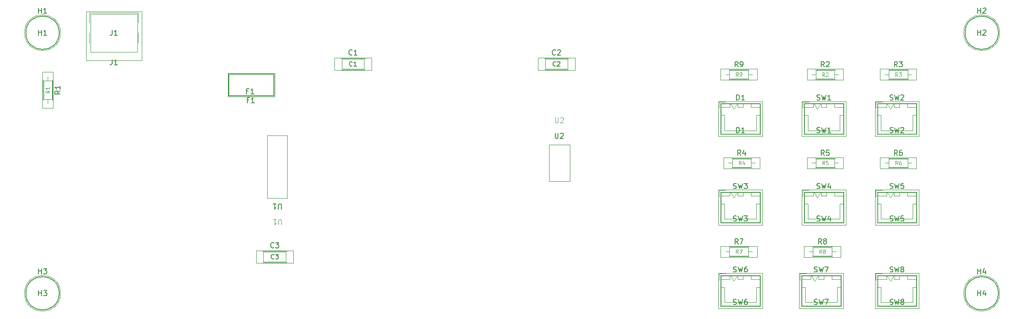
<source format=gto>
%TF.GenerationSoftware,KiCad,Pcbnew,7.0.1*%
%TF.CreationDate,2023-08-04T20:18:17+09:00*%
%TF.ProjectId,FNF_Controller,464e465f-436f-46e7-9472-6f6c6c65722e,rev?*%
%TF.SameCoordinates,PX337f980PY7ed6b40*%
%TF.FileFunction,Legend,Top*%
%TF.FilePolarity,Positive*%
%FSLAX46Y46*%
G04 Gerber Fmt 4.6, Leading zero omitted, Abs format (unit mm)*
G04 Created by KiCad (PCBNEW 7.0.1) date 2023-08-04 20:18:17*
%MOMM*%
%LPD*%
G01*
G04 APERTURE LIST*
%ADD10C,0.150000*%
%ADD11C,0.108000*%
%ADD12C,0.100000*%
%ADD13C,0.129000*%
%ADD14C,0.050000*%
%ADD15C,0.120000*%
G04 APERTURE END LIST*
D10*
%TO.C,SW6*%
X143416667Y11135000D02*
X143559524Y11087381D01*
X143559524Y11087381D02*
X143797619Y11087381D01*
X143797619Y11087381D02*
X143892857Y11135000D01*
X143892857Y11135000D02*
X143940476Y11182620D01*
X143940476Y11182620D02*
X143988095Y11277858D01*
X143988095Y11277858D02*
X143988095Y11373096D01*
X143988095Y11373096D02*
X143940476Y11468334D01*
X143940476Y11468334D02*
X143892857Y11515953D01*
X143892857Y11515953D02*
X143797619Y11563572D01*
X143797619Y11563572D02*
X143607143Y11611191D01*
X143607143Y11611191D02*
X143511905Y11658810D01*
X143511905Y11658810D02*
X143464286Y11706429D01*
X143464286Y11706429D02*
X143416667Y11801667D01*
X143416667Y11801667D02*
X143416667Y11896905D01*
X143416667Y11896905D02*
X143464286Y11992143D01*
X143464286Y11992143D02*
X143511905Y12039762D01*
X143511905Y12039762D02*
X143607143Y12087381D01*
X143607143Y12087381D02*
X143845238Y12087381D01*
X143845238Y12087381D02*
X143988095Y12039762D01*
X144321429Y12087381D02*
X144559524Y11087381D01*
X144559524Y11087381D02*
X144750000Y11801667D01*
X144750000Y11801667D02*
X144940476Y11087381D01*
X144940476Y11087381D02*
X145178572Y12087381D01*
X145988095Y12087381D02*
X145797619Y12087381D01*
X145797619Y12087381D02*
X145702381Y12039762D01*
X145702381Y12039762D02*
X145654762Y11992143D01*
X145654762Y11992143D02*
X145559524Y11849286D01*
X145559524Y11849286D02*
X145511905Y11658810D01*
X145511905Y11658810D02*
X145511905Y11277858D01*
X145511905Y11277858D02*
X145559524Y11182620D01*
X145559524Y11182620D02*
X145607143Y11135000D01*
X145607143Y11135000D02*
X145702381Y11087381D01*
X145702381Y11087381D02*
X145892857Y11087381D01*
X145892857Y11087381D02*
X145988095Y11135000D01*
X145988095Y11135000D02*
X146035714Y11182620D01*
X146035714Y11182620D02*
X146083333Y11277858D01*
X146083333Y11277858D02*
X146083333Y11515953D01*
X146083333Y11515953D02*
X146035714Y11611191D01*
X146035714Y11611191D02*
X145988095Y11658810D01*
X145988095Y11658810D02*
X145892857Y11706429D01*
X145892857Y11706429D02*
X145702381Y11706429D01*
X145702381Y11706429D02*
X145607143Y11658810D01*
X145607143Y11658810D02*
X145559524Y11611191D01*
X145559524Y11611191D02*
X145511905Y11515953D01*
X143416667Y4885000D02*
X143559524Y4837381D01*
X143559524Y4837381D02*
X143797619Y4837381D01*
X143797619Y4837381D02*
X143892857Y4885000D01*
X143892857Y4885000D02*
X143940476Y4932620D01*
X143940476Y4932620D02*
X143988095Y5027858D01*
X143988095Y5027858D02*
X143988095Y5123096D01*
X143988095Y5123096D02*
X143940476Y5218334D01*
X143940476Y5218334D02*
X143892857Y5265953D01*
X143892857Y5265953D02*
X143797619Y5313572D01*
X143797619Y5313572D02*
X143607143Y5361191D01*
X143607143Y5361191D02*
X143511905Y5408810D01*
X143511905Y5408810D02*
X143464286Y5456429D01*
X143464286Y5456429D02*
X143416667Y5551667D01*
X143416667Y5551667D02*
X143416667Y5646905D01*
X143416667Y5646905D02*
X143464286Y5742143D01*
X143464286Y5742143D02*
X143511905Y5789762D01*
X143511905Y5789762D02*
X143607143Y5837381D01*
X143607143Y5837381D02*
X143845238Y5837381D01*
X143845238Y5837381D02*
X143988095Y5789762D01*
X144321429Y5837381D02*
X144559524Y4837381D01*
X144559524Y4837381D02*
X144750000Y5551667D01*
X144750000Y5551667D02*
X144940476Y4837381D01*
X144940476Y4837381D02*
X145178572Y5837381D01*
X145988095Y5837381D02*
X145797619Y5837381D01*
X145797619Y5837381D02*
X145702381Y5789762D01*
X145702381Y5789762D02*
X145654762Y5742143D01*
X145654762Y5742143D02*
X145559524Y5599286D01*
X145559524Y5599286D02*
X145511905Y5408810D01*
X145511905Y5408810D02*
X145511905Y5027858D01*
X145511905Y5027858D02*
X145559524Y4932620D01*
X145559524Y4932620D02*
X145607143Y4885000D01*
X145607143Y4885000D02*
X145702381Y4837381D01*
X145702381Y4837381D02*
X145892857Y4837381D01*
X145892857Y4837381D02*
X145988095Y4885000D01*
X145988095Y4885000D02*
X146035714Y4932620D01*
X146035714Y4932620D02*
X146083333Y5027858D01*
X146083333Y5027858D02*
X146083333Y5265953D01*
X146083333Y5265953D02*
X146035714Y5361191D01*
X146035714Y5361191D02*
X145988095Y5408810D01*
X145988095Y5408810D02*
X145892857Y5456429D01*
X145892857Y5456429D02*
X145702381Y5456429D01*
X145702381Y5456429D02*
X145607143Y5408810D01*
X145607143Y5408810D02*
X145559524Y5361191D01*
X145559524Y5361191D02*
X145511905Y5265953D01*
%TO.C,SW4*%
X159416667Y27135000D02*
X159559524Y27087381D01*
X159559524Y27087381D02*
X159797619Y27087381D01*
X159797619Y27087381D02*
X159892857Y27135000D01*
X159892857Y27135000D02*
X159940476Y27182620D01*
X159940476Y27182620D02*
X159988095Y27277858D01*
X159988095Y27277858D02*
X159988095Y27373096D01*
X159988095Y27373096D02*
X159940476Y27468334D01*
X159940476Y27468334D02*
X159892857Y27515953D01*
X159892857Y27515953D02*
X159797619Y27563572D01*
X159797619Y27563572D02*
X159607143Y27611191D01*
X159607143Y27611191D02*
X159511905Y27658810D01*
X159511905Y27658810D02*
X159464286Y27706429D01*
X159464286Y27706429D02*
X159416667Y27801667D01*
X159416667Y27801667D02*
X159416667Y27896905D01*
X159416667Y27896905D02*
X159464286Y27992143D01*
X159464286Y27992143D02*
X159511905Y28039762D01*
X159511905Y28039762D02*
X159607143Y28087381D01*
X159607143Y28087381D02*
X159845238Y28087381D01*
X159845238Y28087381D02*
X159988095Y28039762D01*
X160321429Y28087381D02*
X160559524Y27087381D01*
X160559524Y27087381D02*
X160750000Y27801667D01*
X160750000Y27801667D02*
X160940476Y27087381D01*
X160940476Y27087381D02*
X161178572Y28087381D01*
X161988095Y27754048D02*
X161988095Y27087381D01*
X161750000Y28135000D02*
X161511905Y27420715D01*
X161511905Y27420715D02*
X162130952Y27420715D01*
X159416667Y20885000D02*
X159559524Y20837381D01*
X159559524Y20837381D02*
X159797619Y20837381D01*
X159797619Y20837381D02*
X159892857Y20885000D01*
X159892857Y20885000D02*
X159940476Y20932620D01*
X159940476Y20932620D02*
X159988095Y21027858D01*
X159988095Y21027858D02*
X159988095Y21123096D01*
X159988095Y21123096D02*
X159940476Y21218334D01*
X159940476Y21218334D02*
X159892857Y21265953D01*
X159892857Y21265953D02*
X159797619Y21313572D01*
X159797619Y21313572D02*
X159607143Y21361191D01*
X159607143Y21361191D02*
X159511905Y21408810D01*
X159511905Y21408810D02*
X159464286Y21456429D01*
X159464286Y21456429D02*
X159416667Y21551667D01*
X159416667Y21551667D02*
X159416667Y21646905D01*
X159416667Y21646905D02*
X159464286Y21742143D01*
X159464286Y21742143D02*
X159511905Y21789762D01*
X159511905Y21789762D02*
X159607143Y21837381D01*
X159607143Y21837381D02*
X159845238Y21837381D01*
X159845238Y21837381D02*
X159988095Y21789762D01*
X160321429Y21837381D02*
X160559524Y20837381D01*
X160559524Y20837381D02*
X160750000Y21551667D01*
X160750000Y21551667D02*
X160940476Y20837381D01*
X160940476Y20837381D02*
X161178572Y21837381D01*
X161988095Y21504048D02*
X161988095Y20837381D01*
X161750000Y21885000D02*
X161511905Y21170715D01*
X161511905Y21170715D02*
X162130952Y21170715D01*
%TO.C,R6*%
X174833333Y33457381D02*
X174500000Y33933572D01*
X174261905Y33457381D02*
X174261905Y34457381D01*
X174261905Y34457381D02*
X174642857Y34457381D01*
X174642857Y34457381D02*
X174738095Y34409762D01*
X174738095Y34409762D02*
X174785714Y34362143D01*
X174785714Y34362143D02*
X174833333Y34266905D01*
X174833333Y34266905D02*
X174833333Y34124048D01*
X174833333Y34124048D02*
X174785714Y34028810D01*
X174785714Y34028810D02*
X174738095Y33981191D01*
X174738095Y33981191D02*
X174642857Y33933572D01*
X174642857Y33933572D02*
X174261905Y33933572D01*
X175690476Y34457381D02*
X175500000Y34457381D01*
X175500000Y34457381D02*
X175404762Y34409762D01*
X175404762Y34409762D02*
X175357143Y34362143D01*
X175357143Y34362143D02*
X175261905Y34219286D01*
X175261905Y34219286D02*
X175214286Y34028810D01*
X175214286Y34028810D02*
X175214286Y33647858D01*
X175214286Y33647858D02*
X175261905Y33552620D01*
X175261905Y33552620D02*
X175309524Y33505000D01*
X175309524Y33505000D02*
X175404762Y33457381D01*
X175404762Y33457381D02*
X175595238Y33457381D01*
X175595238Y33457381D02*
X175690476Y33505000D01*
X175690476Y33505000D02*
X175738095Y33552620D01*
X175738095Y33552620D02*
X175785714Y33647858D01*
X175785714Y33647858D02*
X175785714Y33885953D01*
X175785714Y33885953D02*
X175738095Y33981191D01*
X175738095Y33981191D02*
X175690476Y34028810D01*
X175690476Y34028810D02*
X175595238Y34076429D01*
X175595238Y34076429D02*
X175404762Y34076429D01*
X175404762Y34076429D02*
X175309524Y34028810D01*
X175309524Y34028810D02*
X175261905Y33981191D01*
X175261905Y33981191D02*
X175214286Y33885953D01*
D11*
X174880000Y31666915D02*
X174640000Y32009772D01*
X174468571Y31666915D02*
X174468571Y32386915D01*
X174468571Y32386915D02*
X174742857Y32386915D01*
X174742857Y32386915D02*
X174811428Y32352629D01*
X174811428Y32352629D02*
X174845714Y32318343D01*
X174845714Y32318343D02*
X174880000Y32249772D01*
X174880000Y32249772D02*
X174880000Y32146915D01*
X174880000Y32146915D02*
X174845714Y32078343D01*
X174845714Y32078343D02*
X174811428Y32044058D01*
X174811428Y32044058D02*
X174742857Y32009772D01*
X174742857Y32009772D02*
X174468571Y32009772D01*
X175497143Y32386915D02*
X175360000Y32386915D01*
X175360000Y32386915D02*
X175291428Y32352629D01*
X175291428Y32352629D02*
X175257143Y32318343D01*
X175257143Y32318343D02*
X175188571Y32215486D01*
X175188571Y32215486D02*
X175154285Y32078343D01*
X175154285Y32078343D02*
X175154285Y31804058D01*
X175154285Y31804058D02*
X175188571Y31735486D01*
X175188571Y31735486D02*
X175222857Y31701200D01*
X175222857Y31701200D02*
X175291428Y31666915D01*
X175291428Y31666915D02*
X175428571Y31666915D01*
X175428571Y31666915D02*
X175497143Y31701200D01*
X175497143Y31701200D02*
X175531428Y31735486D01*
X175531428Y31735486D02*
X175565714Y31804058D01*
X175565714Y31804058D02*
X175565714Y31975486D01*
X175565714Y31975486D02*
X175531428Y32044058D01*
X175531428Y32044058D02*
X175497143Y32078343D01*
X175497143Y32078343D02*
X175428571Y32112629D01*
X175428571Y32112629D02*
X175291428Y32112629D01*
X175291428Y32112629D02*
X175222857Y32078343D01*
X175222857Y32078343D02*
X175188571Y32044058D01*
X175188571Y32044058D02*
X175154285Y31975486D01*
D12*
%TO.C,U1*%
X56761904Y20162620D02*
X56761904Y20972143D01*
X56761904Y20972143D02*
X56714285Y21067381D01*
X56714285Y21067381D02*
X56666666Y21115000D01*
X56666666Y21115000D02*
X56571428Y21162620D01*
X56571428Y21162620D02*
X56380952Y21162620D01*
X56380952Y21162620D02*
X56285714Y21115000D01*
X56285714Y21115000D02*
X56238095Y21067381D01*
X56238095Y21067381D02*
X56190476Y20972143D01*
X56190476Y20972143D02*
X56190476Y20162620D01*
X55190476Y21162620D02*
X55761904Y21162620D01*
X55476190Y21162620D02*
X55476190Y20162620D01*
X55476190Y20162620D02*
X55571428Y20305477D01*
X55571428Y20305477D02*
X55666666Y20400715D01*
X55666666Y20400715D02*
X55761904Y20448334D01*
D10*
X56761904Y23162620D02*
X56761904Y23972143D01*
X56761904Y23972143D02*
X56714285Y24067381D01*
X56714285Y24067381D02*
X56666666Y24115000D01*
X56666666Y24115000D02*
X56571428Y24162620D01*
X56571428Y24162620D02*
X56380952Y24162620D01*
X56380952Y24162620D02*
X56285714Y24115000D01*
X56285714Y24115000D02*
X56238095Y24067381D01*
X56238095Y24067381D02*
X56190476Y23972143D01*
X56190476Y23972143D02*
X56190476Y23162620D01*
X55190476Y24162620D02*
X55761904Y24162620D01*
X55476190Y24162620D02*
X55476190Y23162620D01*
X55476190Y23162620D02*
X55571428Y23305477D01*
X55571428Y23305477D02*
X55666666Y23400715D01*
X55666666Y23400715D02*
X55761904Y23448334D01*
%TO.C,R7*%
X144293333Y16457381D02*
X143960000Y16933572D01*
X143721905Y16457381D02*
X143721905Y17457381D01*
X143721905Y17457381D02*
X144102857Y17457381D01*
X144102857Y17457381D02*
X144198095Y17409762D01*
X144198095Y17409762D02*
X144245714Y17362143D01*
X144245714Y17362143D02*
X144293333Y17266905D01*
X144293333Y17266905D02*
X144293333Y17124048D01*
X144293333Y17124048D02*
X144245714Y17028810D01*
X144245714Y17028810D02*
X144198095Y16981191D01*
X144198095Y16981191D02*
X144102857Y16933572D01*
X144102857Y16933572D02*
X143721905Y16933572D01*
X144626667Y17457381D02*
X145293333Y17457381D01*
X145293333Y17457381D02*
X144864762Y16457381D01*
D11*
X144340000Y14666915D02*
X144100000Y15009772D01*
X143928571Y14666915D02*
X143928571Y15386915D01*
X143928571Y15386915D02*
X144202857Y15386915D01*
X144202857Y15386915D02*
X144271428Y15352629D01*
X144271428Y15352629D02*
X144305714Y15318343D01*
X144305714Y15318343D02*
X144340000Y15249772D01*
X144340000Y15249772D02*
X144340000Y15146915D01*
X144340000Y15146915D02*
X144305714Y15078343D01*
X144305714Y15078343D02*
X144271428Y15044058D01*
X144271428Y15044058D02*
X144202857Y15009772D01*
X144202857Y15009772D02*
X143928571Y15009772D01*
X144580000Y15386915D02*
X145060000Y15386915D01*
X145060000Y15386915D02*
X144751428Y14666915D01*
D10*
%TO.C,H3*%
X10238095Y10737381D02*
X10238095Y11737381D01*
X10238095Y11261191D02*
X10809523Y11261191D01*
X10809523Y10737381D02*
X10809523Y11737381D01*
X11190476Y11737381D02*
X11809523Y11737381D01*
X11809523Y11737381D02*
X11476190Y11356429D01*
X11476190Y11356429D02*
X11619047Y11356429D01*
X11619047Y11356429D02*
X11714285Y11308810D01*
X11714285Y11308810D02*
X11761904Y11261191D01*
X11761904Y11261191D02*
X11809523Y11165953D01*
X11809523Y11165953D02*
X11809523Y10927858D01*
X11809523Y10927858D02*
X11761904Y10832620D01*
X11761904Y10832620D02*
X11714285Y10785000D01*
X11714285Y10785000D02*
X11619047Y10737381D01*
X11619047Y10737381D02*
X11333333Y10737381D01*
X11333333Y10737381D02*
X11238095Y10785000D01*
X11238095Y10785000D02*
X11190476Y10832620D01*
X10238095Y6537381D02*
X10238095Y7537381D01*
X10238095Y7061191D02*
X10809523Y7061191D01*
X10809523Y6537381D02*
X10809523Y7537381D01*
X11190476Y7537381D02*
X11809523Y7537381D01*
X11809523Y7537381D02*
X11476190Y7156429D01*
X11476190Y7156429D02*
X11619047Y7156429D01*
X11619047Y7156429D02*
X11714285Y7108810D01*
X11714285Y7108810D02*
X11761904Y7061191D01*
X11761904Y7061191D02*
X11809523Y6965953D01*
X11809523Y6965953D02*
X11809523Y6727858D01*
X11809523Y6727858D02*
X11761904Y6632620D01*
X11761904Y6632620D02*
X11714285Y6585000D01*
X11714285Y6585000D02*
X11619047Y6537381D01*
X11619047Y6537381D02*
X11333333Y6537381D01*
X11333333Y6537381D02*
X11238095Y6585000D01*
X11238095Y6585000D02*
X11190476Y6632620D01*
%TO.C,SW5*%
X173416667Y27135000D02*
X173559524Y27087381D01*
X173559524Y27087381D02*
X173797619Y27087381D01*
X173797619Y27087381D02*
X173892857Y27135000D01*
X173892857Y27135000D02*
X173940476Y27182620D01*
X173940476Y27182620D02*
X173988095Y27277858D01*
X173988095Y27277858D02*
X173988095Y27373096D01*
X173988095Y27373096D02*
X173940476Y27468334D01*
X173940476Y27468334D02*
X173892857Y27515953D01*
X173892857Y27515953D02*
X173797619Y27563572D01*
X173797619Y27563572D02*
X173607143Y27611191D01*
X173607143Y27611191D02*
X173511905Y27658810D01*
X173511905Y27658810D02*
X173464286Y27706429D01*
X173464286Y27706429D02*
X173416667Y27801667D01*
X173416667Y27801667D02*
X173416667Y27896905D01*
X173416667Y27896905D02*
X173464286Y27992143D01*
X173464286Y27992143D02*
X173511905Y28039762D01*
X173511905Y28039762D02*
X173607143Y28087381D01*
X173607143Y28087381D02*
X173845238Y28087381D01*
X173845238Y28087381D02*
X173988095Y28039762D01*
X174321429Y28087381D02*
X174559524Y27087381D01*
X174559524Y27087381D02*
X174750000Y27801667D01*
X174750000Y27801667D02*
X174940476Y27087381D01*
X174940476Y27087381D02*
X175178572Y28087381D01*
X176035714Y28087381D02*
X175559524Y28087381D01*
X175559524Y28087381D02*
X175511905Y27611191D01*
X175511905Y27611191D02*
X175559524Y27658810D01*
X175559524Y27658810D02*
X175654762Y27706429D01*
X175654762Y27706429D02*
X175892857Y27706429D01*
X175892857Y27706429D02*
X175988095Y27658810D01*
X175988095Y27658810D02*
X176035714Y27611191D01*
X176035714Y27611191D02*
X176083333Y27515953D01*
X176083333Y27515953D02*
X176083333Y27277858D01*
X176083333Y27277858D02*
X176035714Y27182620D01*
X176035714Y27182620D02*
X175988095Y27135000D01*
X175988095Y27135000D02*
X175892857Y27087381D01*
X175892857Y27087381D02*
X175654762Y27087381D01*
X175654762Y27087381D02*
X175559524Y27135000D01*
X175559524Y27135000D02*
X175511905Y27182620D01*
X173416667Y20885000D02*
X173559524Y20837381D01*
X173559524Y20837381D02*
X173797619Y20837381D01*
X173797619Y20837381D02*
X173892857Y20885000D01*
X173892857Y20885000D02*
X173940476Y20932620D01*
X173940476Y20932620D02*
X173988095Y21027858D01*
X173988095Y21027858D02*
X173988095Y21123096D01*
X173988095Y21123096D02*
X173940476Y21218334D01*
X173940476Y21218334D02*
X173892857Y21265953D01*
X173892857Y21265953D02*
X173797619Y21313572D01*
X173797619Y21313572D02*
X173607143Y21361191D01*
X173607143Y21361191D02*
X173511905Y21408810D01*
X173511905Y21408810D02*
X173464286Y21456429D01*
X173464286Y21456429D02*
X173416667Y21551667D01*
X173416667Y21551667D02*
X173416667Y21646905D01*
X173416667Y21646905D02*
X173464286Y21742143D01*
X173464286Y21742143D02*
X173511905Y21789762D01*
X173511905Y21789762D02*
X173607143Y21837381D01*
X173607143Y21837381D02*
X173845238Y21837381D01*
X173845238Y21837381D02*
X173988095Y21789762D01*
X174321429Y21837381D02*
X174559524Y20837381D01*
X174559524Y20837381D02*
X174750000Y21551667D01*
X174750000Y21551667D02*
X174940476Y20837381D01*
X174940476Y20837381D02*
X175178572Y21837381D01*
X176035714Y21837381D02*
X175559524Y21837381D01*
X175559524Y21837381D02*
X175511905Y21361191D01*
X175511905Y21361191D02*
X175559524Y21408810D01*
X175559524Y21408810D02*
X175654762Y21456429D01*
X175654762Y21456429D02*
X175892857Y21456429D01*
X175892857Y21456429D02*
X175988095Y21408810D01*
X175988095Y21408810D02*
X176035714Y21361191D01*
X176035714Y21361191D02*
X176083333Y21265953D01*
X176083333Y21265953D02*
X176083333Y21027858D01*
X176083333Y21027858D02*
X176035714Y20932620D01*
X176035714Y20932620D02*
X175988095Y20885000D01*
X175988095Y20885000D02*
X175892857Y20837381D01*
X175892857Y20837381D02*
X175654762Y20837381D01*
X175654762Y20837381D02*
X175559524Y20885000D01*
X175559524Y20885000D02*
X175511905Y20932620D01*
%TO.C,SW8*%
X173416667Y11135000D02*
X173559524Y11087381D01*
X173559524Y11087381D02*
X173797619Y11087381D01*
X173797619Y11087381D02*
X173892857Y11135000D01*
X173892857Y11135000D02*
X173940476Y11182620D01*
X173940476Y11182620D02*
X173988095Y11277858D01*
X173988095Y11277858D02*
X173988095Y11373096D01*
X173988095Y11373096D02*
X173940476Y11468334D01*
X173940476Y11468334D02*
X173892857Y11515953D01*
X173892857Y11515953D02*
X173797619Y11563572D01*
X173797619Y11563572D02*
X173607143Y11611191D01*
X173607143Y11611191D02*
X173511905Y11658810D01*
X173511905Y11658810D02*
X173464286Y11706429D01*
X173464286Y11706429D02*
X173416667Y11801667D01*
X173416667Y11801667D02*
X173416667Y11896905D01*
X173416667Y11896905D02*
X173464286Y11992143D01*
X173464286Y11992143D02*
X173511905Y12039762D01*
X173511905Y12039762D02*
X173607143Y12087381D01*
X173607143Y12087381D02*
X173845238Y12087381D01*
X173845238Y12087381D02*
X173988095Y12039762D01*
X174321429Y12087381D02*
X174559524Y11087381D01*
X174559524Y11087381D02*
X174750000Y11801667D01*
X174750000Y11801667D02*
X174940476Y11087381D01*
X174940476Y11087381D02*
X175178572Y12087381D01*
X175702381Y11658810D02*
X175607143Y11706429D01*
X175607143Y11706429D02*
X175559524Y11754048D01*
X175559524Y11754048D02*
X175511905Y11849286D01*
X175511905Y11849286D02*
X175511905Y11896905D01*
X175511905Y11896905D02*
X175559524Y11992143D01*
X175559524Y11992143D02*
X175607143Y12039762D01*
X175607143Y12039762D02*
X175702381Y12087381D01*
X175702381Y12087381D02*
X175892857Y12087381D01*
X175892857Y12087381D02*
X175988095Y12039762D01*
X175988095Y12039762D02*
X176035714Y11992143D01*
X176035714Y11992143D02*
X176083333Y11896905D01*
X176083333Y11896905D02*
X176083333Y11849286D01*
X176083333Y11849286D02*
X176035714Y11754048D01*
X176035714Y11754048D02*
X175988095Y11706429D01*
X175988095Y11706429D02*
X175892857Y11658810D01*
X175892857Y11658810D02*
X175702381Y11658810D01*
X175702381Y11658810D02*
X175607143Y11611191D01*
X175607143Y11611191D02*
X175559524Y11563572D01*
X175559524Y11563572D02*
X175511905Y11468334D01*
X175511905Y11468334D02*
X175511905Y11277858D01*
X175511905Y11277858D02*
X175559524Y11182620D01*
X175559524Y11182620D02*
X175607143Y11135000D01*
X175607143Y11135000D02*
X175702381Y11087381D01*
X175702381Y11087381D02*
X175892857Y11087381D01*
X175892857Y11087381D02*
X175988095Y11135000D01*
X175988095Y11135000D02*
X176035714Y11182620D01*
X176035714Y11182620D02*
X176083333Y11277858D01*
X176083333Y11277858D02*
X176083333Y11468334D01*
X176083333Y11468334D02*
X176035714Y11563572D01*
X176035714Y11563572D02*
X175988095Y11611191D01*
X175988095Y11611191D02*
X175892857Y11658810D01*
X173416667Y4885000D02*
X173559524Y4837381D01*
X173559524Y4837381D02*
X173797619Y4837381D01*
X173797619Y4837381D02*
X173892857Y4885000D01*
X173892857Y4885000D02*
X173940476Y4932620D01*
X173940476Y4932620D02*
X173988095Y5027858D01*
X173988095Y5027858D02*
X173988095Y5123096D01*
X173988095Y5123096D02*
X173940476Y5218334D01*
X173940476Y5218334D02*
X173892857Y5265953D01*
X173892857Y5265953D02*
X173797619Y5313572D01*
X173797619Y5313572D02*
X173607143Y5361191D01*
X173607143Y5361191D02*
X173511905Y5408810D01*
X173511905Y5408810D02*
X173464286Y5456429D01*
X173464286Y5456429D02*
X173416667Y5551667D01*
X173416667Y5551667D02*
X173416667Y5646905D01*
X173416667Y5646905D02*
X173464286Y5742143D01*
X173464286Y5742143D02*
X173511905Y5789762D01*
X173511905Y5789762D02*
X173607143Y5837381D01*
X173607143Y5837381D02*
X173845238Y5837381D01*
X173845238Y5837381D02*
X173988095Y5789762D01*
X174321429Y5837381D02*
X174559524Y4837381D01*
X174559524Y4837381D02*
X174750000Y5551667D01*
X174750000Y5551667D02*
X174940476Y4837381D01*
X174940476Y4837381D02*
X175178572Y5837381D01*
X175702381Y5408810D02*
X175607143Y5456429D01*
X175607143Y5456429D02*
X175559524Y5504048D01*
X175559524Y5504048D02*
X175511905Y5599286D01*
X175511905Y5599286D02*
X175511905Y5646905D01*
X175511905Y5646905D02*
X175559524Y5742143D01*
X175559524Y5742143D02*
X175607143Y5789762D01*
X175607143Y5789762D02*
X175702381Y5837381D01*
X175702381Y5837381D02*
X175892857Y5837381D01*
X175892857Y5837381D02*
X175988095Y5789762D01*
X175988095Y5789762D02*
X176035714Y5742143D01*
X176035714Y5742143D02*
X176083333Y5646905D01*
X176083333Y5646905D02*
X176083333Y5599286D01*
X176083333Y5599286D02*
X176035714Y5504048D01*
X176035714Y5504048D02*
X175988095Y5456429D01*
X175988095Y5456429D02*
X175892857Y5408810D01*
X175892857Y5408810D02*
X175702381Y5408810D01*
X175702381Y5408810D02*
X175607143Y5361191D01*
X175607143Y5361191D02*
X175559524Y5313572D01*
X175559524Y5313572D02*
X175511905Y5218334D01*
X175511905Y5218334D02*
X175511905Y5027858D01*
X175511905Y5027858D02*
X175559524Y4932620D01*
X175559524Y4932620D02*
X175607143Y4885000D01*
X175607143Y4885000D02*
X175702381Y4837381D01*
X175702381Y4837381D02*
X175892857Y4837381D01*
X175892857Y4837381D02*
X175988095Y4885000D01*
X175988095Y4885000D02*
X176035714Y4932620D01*
X176035714Y4932620D02*
X176083333Y5027858D01*
X176083333Y5027858D02*
X176083333Y5218334D01*
X176083333Y5218334D02*
X176035714Y5313572D01*
X176035714Y5313572D02*
X175988095Y5361191D01*
X175988095Y5361191D02*
X175892857Y5408810D01*
%TO.C,H1*%
X10238095Y60737381D02*
X10238095Y61737381D01*
X10238095Y61261191D02*
X10809523Y61261191D01*
X10809523Y60737381D02*
X10809523Y61737381D01*
X11809523Y60737381D02*
X11238095Y60737381D01*
X11523809Y60737381D02*
X11523809Y61737381D01*
X11523809Y61737381D02*
X11428571Y61594524D01*
X11428571Y61594524D02*
X11333333Y61499286D01*
X11333333Y61499286D02*
X11238095Y61451667D01*
X10238095Y56537381D02*
X10238095Y57537381D01*
X10238095Y57061191D02*
X10809523Y57061191D01*
X10809523Y56537381D02*
X10809523Y57537381D01*
X11809523Y56537381D02*
X11238095Y56537381D01*
X11523809Y56537381D02*
X11523809Y57537381D01*
X11523809Y57537381D02*
X11428571Y57394524D01*
X11428571Y57394524D02*
X11333333Y57299286D01*
X11333333Y57299286D02*
X11238095Y57251667D01*
%TO.C,SW3*%
X143416667Y27135000D02*
X143559524Y27087381D01*
X143559524Y27087381D02*
X143797619Y27087381D01*
X143797619Y27087381D02*
X143892857Y27135000D01*
X143892857Y27135000D02*
X143940476Y27182620D01*
X143940476Y27182620D02*
X143988095Y27277858D01*
X143988095Y27277858D02*
X143988095Y27373096D01*
X143988095Y27373096D02*
X143940476Y27468334D01*
X143940476Y27468334D02*
X143892857Y27515953D01*
X143892857Y27515953D02*
X143797619Y27563572D01*
X143797619Y27563572D02*
X143607143Y27611191D01*
X143607143Y27611191D02*
X143511905Y27658810D01*
X143511905Y27658810D02*
X143464286Y27706429D01*
X143464286Y27706429D02*
X143416667Y27801667D01*
X143416667Y27801667D02*
X143416667Y27896905D01*
X143416667Y27896905D02*
X143464286Y27992143D01*
X143464286Y27992143D02*
X143511905Y28039762D01*
X143511905Y28039762D02*
X143607143Y28087381D01*
X143607143Y28087381D02*
X143845238Y28087381D01*
X143845238Y28087381D02*
X143988095Y28039762D01*
X144321429Y28087381D02*
X144559524Y27087381D01*
X144559524Y27087381D02*
X144750000Y27801667D01*
X144750000Y27801667D02*
X144940476Y27087381D01*
X144940476Y27087381D02*
X145178572Y28087381D01*
X145464286Y28087381D02*
X146083333Y28087381D01*
X146083333Y28087381D02*
X145750000Y27706429D01*
X145750000Y27706429D02*
X145892857Y27706429D01*
X145892857Y27706429D02*
X145988095Y27658810D01*
X145988095Y27658810D02*
X146035714Y27611191D01*
X146035714Y27611191D02*
X146083333Y27515953D01*
X146083333Y27515953D02*
X146083333Y27277858D01*
X146083333Y27277858D02*
X146035714Y27182620D01*
X146035714Y27182620D02*
X145988095Y27135000D01*
X145988095Y27135000D02*
X145892857Y27087381D01*
X145892857Y27087381D02*
X145607143Y27087381D01*
X145607143Y27087381D02*
X145511905Y27135000D01*
X145511905Y27135000D02*
X145464286Y27182620D01*
X143416667Y20885000D02*
X143559524Y20837381D01*
X143559524Y20837381D02*
X143797619Y20837381D01*
X143797619Y20837381D02*
X143892857Y20885000D01*
X143892857Y20885000D02*
X143940476Y20932620D01*
X143940476Y20932620D02*
X143988095Y21027858D01*
X143988095Y21027858D02*
X143988095Y21123096D01*
X143988095Y21123096D02*
X143940476Y21218334D01*
X143940476Y21218334D02*
X143892857Y21265953D01*
X143892857Y21265953D02*
X143797619Y21313572D01*
X143797619Y21313572D02*
X143607143Y21361191D01*
X143607143Y21361191D02*
X143511905Y21408810D01*
X143511905Y21408810D02*
X143464286Y21456429D01*
X143464286Y21456429D02*
X143416667Y21551667D01*
X143416667Y21551667D02*
X143416667Y21646905D01*
X143416667Y21646905D02*
X143464286Y21742143D01*
X143464286Y21742143D02*
X143511905Y21789762D01*
X143511905Y21789762D02*
X143607143Y21837381D01*
X143607143Y21837381D02*
X143845238Y21837381D01*
X143845238Y21837381D02*
X143988095Y21789762D01*
X144321429Y21837381D02*
X144559524Y20837381D01*
X144559524Y20837381D02*
X144750000Y21551667D01*
X144750000Y21551667D02*
X144940476Y20837381D01*
X144940476Y20837381D02*
X145178572Y21837381D01*
X145464286Y21837381D02*
X146083333Y21837381D01*
X146083333Y21837381D02*
X145750000Y21456429D01*
X145750000Y21456429D02*
X145892857Y21456429D01*
X145892857Y21456429D02*
X145988095Y21408810D01*
X145988095Y21408810D02*
X146035714Y21361191D01*
X146035714Y21361191D02*
X146083333Y21265953D01*
X146083333Y21265953D02*
X146083333Y21027858D01*
X146083333Y21027858D02*
X146035714Y20932620D01*
X146035714Y20932620D02*
X145988095Y20885000D01*
X145988095Y20885000D02*
X145892857Y20837381D01*
X145892857Y20837381D02*
X145607143Y20837381D01*
X145607143Y20837381D02*
X145511905Y20885000D01*
X145511905Y20885000D02*
X145464286Y20932620D01*
%TO.C,R3*%
X174833333Y50457381D02*
X174500000Y50933572D01*
X174261905Y50457381D02*
X174261905Y51457381D01*
X174261905Y51457381D02*
X174642857Y51457381D01*
X174642857Y51457381D02*
X174738095Y51409762D01*
X174738095Y51409762D02*
X174785714Y51362143D01*
X174785714Y51362143D02*
X174833333Y51266905D01*
X174833333Y51266905D02*
X174833333Y51124048D01*
X174833333Y51124048D02*
X174785714Y51028810D01*
X174785714Y51028810D02*
X174738095Y50981191D01*
X174738095Y50981191D02*
X174642857Y50933572D01*
X174642857Y50933572D02*
X174261905Y50933572D01*
X175166667Y51457381D02*
X175785714Y51457381D01*
X175785714Y51457381D02*
X175452381Y51076429D01*
X175452381Y51076429D02*
X175595238Y51076429D01*
X175595238Y51076429D02*
X175690476Y51028810D01*
X175690476Y51028810D02*
X175738095Y50981191D01*
X175738095Y50981191D02*
X175785714Y50885953D01*
X175785714Y50885953D02*
X175785714Y50647858D01*
X175785714Y50647858D02*
X175738095Y50552620D01*
X175738095Y50552620D02*
X175690476Y50505000D01*
X175690476Y50505000D02*
X175595238Y50457381D01*
X175595238Y50457381D02*
X175309524Y50457381D01*
X175309524Y50457381D02*
X175214286Y50505000D01*
X175214286Y50505000D02*
X175166667Y50552620D01*
D11*
X174880000Y48666915D02*
X174640000Y49009772D01*
X174468571Y48666915D02*
X174468571Y49386915D01*
X174468571Y49386915D02*
X174742857Y49386915D01*
X174742857Y49386915D02*
X174811428Y49352629D01*
X174811428Y49352629D02*
X174845714Y49318343D01*
X174845714Y49318343D02*
X174880000Y49249772D01*
X174880000Y49249772D02*
X174880000Y49146915D01*
X174880000Y49146915D02*
X174845714Y49078343D01*
X174845714Y49078343D02*
X174811428Y49044058D01*
X174811428Y49044058D02*
X174742857Y49009772D01*
X174742857Y49009772D02*
X174468571Y49009772D01*
X175120000Y49386915D02*
X175565714Y49386915D01*
X175565714Y49386915D02*
X175325714Y49112629D01*
X175325714Y49112629D02*
X175428571Y49112629D01*
X175428571Y49112629D02*
X175497143Y49078343D01*
X175497143Y49078343D02*
X175531428Y49044058D01*
X175531428Y49044058D02*
X175565714Y48975486D01*
X175565714Y48975486D02*
X175565714Y48804058D01*
X175565714Y48804058D02*
X175531428Y48735486D01*
X175531428Y48735486D02*
X175497143Y48701200D01*
X175497143Y48701200D02*
X175428571Y48666915D01*
X175428571Y48666915D02*
X175222857Y48666915D01*
X175222857Y48666915D02*
X175154285Y48701200D01*
X175154285Y48701200D02*
X175120000Y48735486D01*
D10*
%TO.C,R8*%
X160293333Y16457381D02*
X159960000Y16933572D01*
X159721905Y16457381D02*
X159721905Y17457381D01*
X159721905Y17457381D02*
X160102857Y17457381D01*
X160102857Y17457381D02*
X160198095Y17409762D01*
X160198095Y17409762D02*
X160245714Y17362143D01*
X160245714Y17362143D02*
X160293333Y17266905D01*
X160293333Y17266905D02*
X160293333Y17124048D01*
X160293333Y17124048D02*
X160245714Y17028810D01*
X160245714Y17028810D02*
X160198095Y16981191D01*
X160198095Y16981191D02*
X160102857Y16933572D01*
X160102857Y16933572D02*
X159721905Y16933572D01*
X160864762Y17028810D02*
X160769524Y17076429D01*
X160769524Y17076429D02*
X160721905Y17124048D01*
X160721905Y17124048D02*
X160674286Y17219286D01*
X160674286Y17219286D02*
X160674286Y17266905D01*
X160674286Y17266905D02*
X160721905Y17362143D01*
X160721905Y17362143D02*
X160769524Y17409762D01*
X160769524Y17409762D02*
X160864762Y17457381D01*
X160864762Y17457381D02*
X161055238Y17457381D01*
X161055238Y17457381D02*
X161150476Y17409762D01*
X161150476Y17409762D02*
X161198095Y17362143D01*
X161198095Y17362143D02*
X161245714Y17266905D01*
X161245714Y17266905D02*
X161245714Y17219286D01*
X161245714Y17219286D02*
X161198095Y17124048D01*
X161198095Y17124048D02*
X161150476Y17076429D01*
X161150476Y17076429D02*
X161055238Y17028810D01*
X161055238Y17028810D02*
X160864762Y17028810D01*
X160864762Y17028810D02*
X160769524Y16981191D01*
X160769524Y16981191D02*
X160721905Y16933572D01*
X160721905Y16933572D02*
X160674286Y16838334D01*
X160674286Y16838334D02*
X160674286Y16647858D01*
X160674286Y16647858D02*
X160721905Y16552620D01*
X160721905Y16552620D02*
X160769524Y16505000D01*
X160769524Y16505000D02*
X160864762Y16457381D01*
X160864762Y16457381D02*
X161055238Y16457381D01*
X161055238Y16457381D02*
X161150476Y16505000D01*
X161150476Y16505000D02*
X161198095Y16552620D01*
X161198095Y16552620D02*
X161245714Y16647858D01*
X161245714Y16647858D02*
X161245714Y16838334D01*
X161245714Y16838334D02*
X161198095Y16933572D01*
X161198095Y16933572D02*
X161150476Y16981191D01*
X161150476Y16981191D02*
X161055238Y17028810D01*
D11*
X160340000Y14666915D02*
X160100000Y15009772D01*
X159928571Y14666915D02*
X159928571Y15386915D01*
X159928571Y15386915D02*
X160202857Y15386915D01*
X160202857Y15386915D02*
X160271428Y15352629D01*
X160271428Y15352629D02*
X160305714Y15318343D01*
X160305714Y15318343D02*
X160340000Y15249772D01*
X160340000Y15249772D02*
X160340000Y15146915D01*
X160340000Y15146915D02*
X160305714Y15078343D01*
X160305714Y15078343D02*
X160271428Y15044058D01*
X160271428Y15044058D02*
X160202857Y15009772D01*
X160202857Y15009772D02*
X159928571Y15009772D01*
X160751428Y15078343D02*
X160682857Y15112629D01*
X160682857Y15112629D02*
X160648571Y15146915D01*
X160648571Y15146915D02*
X160614285Y15215486D01*
X160614285Y15215486D02*
X160614285Y15249772D01*
X160614285Y15249772D02*
X160648571Y15318343D01*
X160648571Y15318343D02*
X160682857Y15352629D01*
X160682857Y15352629D02*
X160751428Y15386915D01*
X160751428Y15386915D02*
X160888571Y15386915D01*
X160888571Y15386915D02*
X160957143Y15352629D01*
X160957143Y15352629D02*
X160991428Y15318343D01*
X160991428Y15318343D02*
X161025714Y15249772D01*
X161025714Y15249772D02*
X161025714Y15215486D01*
X161025714Y15215486D02*
X160991428Y15146915D01*
X160991428Y15146915D02*
X160957143Y15112629D01*
X160957143Y15112629D02*
X160888571Y15078343D01*
X160888571Y15078343D02*
X160751428Y15078343D01*
X160751428Y15078343D02*
X160682857Y15044058D01*
X160682857Y15044058D02*
X160648571Y15009772D01*
X160648571Y15009772D02*
X160614285Y14941200D01*
X160614285Y14941200D02*
X160614285Y14804058D01*
X160614285Y14804058D02*
X160648571Y14735486D01*
X160648571Y14735486D02*
X160682857Y14701200D01*
X160682857Y14701200D02*
X160751428Y14666915D01*
X160751428Y14666915D02*
X160888571Y14666915D01*
X160888571Y14666915D02*
X160957143Y14701200D01*
X160957143Y14701200D02*
X160991428Y14735486D01*
X160991428Y14735486D02*
X161025714Y14804058D01*
X161025714Y14804058D02*
X161025714Y14941200D01*
X161025714Y14941200D02*
X160991428Y15009772D01*
X160991428Y15009772D02*
X160957143Y15044058D01*
X160957143Y15044058D02*
X160888571Y15078343D01*
D10*
%TO.C,R9*%
X144293333Y50457381D02*
X143960000Y50933572D01*
X143721905Y50457381D02*
X143721905Y51457381D01*
X143721905Y51457381D02*
X144102857Y51457381D01*
X144102857Y51457381D02*
X144198095Y51409762D01*
X144198095Y51409762D02*
X144245714Y51362143D01*
X144245714Y51362143D02*
X144293333Y51266905D01*
X144293333Y51266905D02*
X144293333Y51124048D01*
X144293333Y51124048D02*
X144245714Y51028810D01*
X144245714Y51028810D02*
X144198095Y50981191D01*
X144198095Y50981191D02*
X144102857Y50933572D01*
X144102857Y50933572D02*
X143721905Y50933572D01*
X144769524Y50457381D02*
X144960000Y50457381D01*
X144960000Y50457381D02*
X145055238Y50505000D01*
X145055238Y50505000D02*
X145102857Y50552620D01*
X145102857Y50552620D02*
X145198095Y50695477D01*
X145198095Y50695477D02*
X145245714Y50885953D01*
X145245714Y50885953D02*
X145245714Y51266905D01*
X145245714Y51266905D02*
X145198095Y51362143D01*
X145198095Y51362143D02*
X145150476Y51409762D01*
X145150476Y51409762D02*
X145055238Y51457381D01*
X145055238Y51457381D02*
X144864762Y51457381D01*
X144864762Y51457381D02*
X144769524Y51409762D01*
X144769524Y51409762D02*
X144721905Y51362143D01*
X144721905Y51362143D02*
X144674286Y51266905D01*
X144674286Y51266905D02*
X144674286Y51028810D01*
X144674286Y51028810D02*
X144721905Y50933572D01*
X144721905Y50933572D02*
X144769524Y50885953D01*
X144769524Y50885953D02*
X144864762Y50838334D01*
X144864762Y50838334D02*
X145055238Y50838334D01*
X145055238Y50838334D02*
X145150476Y50885953D01*
X145150476Y50885953D02*
X145198095Y50933572D01*
X145198095Y50933572D02*
X145245714Y51028810D01*
D11*
X144340000Y48666915D02*
X144100000Y49009772D01*
X143928571Y48666915D02*
X143928571Y49386915D01*
X143928571Y49386915D02*
X144202857Y49386915D01*
X144202857Y49386915D02*
X144271428Y49352629D01*
X144271428Y49352629D02*
X144305714Y49318343D01*
X144305714Y49318343D02*
X144340000Y49249772D01*
X144340000Y49249772D02*
X144340000Y49146915D01*
X144340000Y49146915D02*
X144305714Y49078343D01*
X144305714Y49078343D02*
X144271428Y49044058D01*
X144271428Y49044058D02*
X144202857Y49009772D01*
X144202857Y49009772D02*
X143928571Y49009772D01*
X144682857Y48666915D02*
X144820000Y48666915D01*
X144820000Y48666915D02*
X144888571Y48701200D01*
X144888571Y48701200D02*
X144922857Y48735486D01*
X144922857Y48735486D02*
X144991428Y48838343D01*
X144991428Y48838343D02*
X145025714Y48975486D01*
X145025714Y48975486D02*
X145025714Y49249772D01*
X145025714Y49249772D02*
X144991428Y49318343D01*
X144991428Y49318343D02*
X144957143Y49352629D01*
X144957143Y49352629D02*
X144888571Y49386915D01*
X144888571Y49386915D02*
X144751428Y49386915D01*
X144751428Y49386915D02*
X144682857Y49352629D01*
X144682857Y49352629D02*
X144648571Y49318343D01*
X144648571Y49318343D02*
X144614285Y49249772D01*
X144614285Y49249772D02*
X144614285Y49078343D01*
X144614285Y49078343D02*
X144648571Y49009772D01*
X144648571Y49009772D02*
X144682857Y48975486D01*
X144682857Y48975486D02*
X144751428Y48941200D01*
X144751428Y48941200D02*
X144888571Y48941200D01*
X144888571Y48941200D02*
X144957143Y48975486D01*
X144957143Y48975486D02*
X144991428Y49009772D01*
X144991428Y49009772D02*
X145025714Y49078343D01*
D12*
%TO.C,U2*%
X109238095Y40737381D02*
X109238095Y39927858D01*
X109238095Y39927858D02*
X109285714Y39832620D01*
X109285714Y39832620D02*
X109333333Y39785000D01*
X109333333Y39785000D02*
X109428571Y39737381D01*
X109428571Y39737381D02*
X109619047Y39737381D01*
X109619047Y39737381D02*
X109714285Y39785000D01*
X109714285Y39785000D02*
X109761904Y39832620D01*
X109761904Y39832620D02*
X109809523Y39927858D01*
X109809523Y39927858D02*
X109809523Y40737381D01*
X110238095Y40642143D02*
X110285714Y40689762D01*
X110285714Y40689762D02*
X110380952Y40737381D01*
X110380952Y40737381D02*
X110619047Y40737381D01*
X110619047Y40737381D02*
X110714285Y40689762D01*
X110714285Y40689762D02*
X110761904Y40642143D01*
X110761904Y40642143D02*
X110809523Y40546905D01*
X110809523Y40546905D02*
X110809523Y40451667D01*
X110809523Y40451667D02*
X110761904Y40308810D01*
X110761904Y40308810D02*
X110190476Y39737381D01*
X110190476Y39737381D02*
X110809523Y39737381D01*
D10*
X109238095Y37737381D02*
X109238095Y36927858D01*
X109238095Y36927858D02*
X109285714Y36832620D01*
X109285714Y36832620D02*
X109333333Y36785000D01*
X109333333Y36785000D02*
X109428571Y36737381D01*
X109428571Y36737381D02*
X109619047Y36737381D01*
X109619047Y36737381D02*
X109714285Y36785000D01*
X109714285Y36785000D02*
X109761904Y36832620D01*
X109761904Y36832620D02*
X109809523Y36927858D01*
X109809523Y36927858D02*
X109809523Y37737381D01*
X110238095Y37642143D02*
X110285714Y37689762D01*
X110285714Y37689762D02*
X110380952Y37737381D01*
X110380952Y37737381D02*
X110619047Y37737381D01*
X110619047Y37737381D02*
X110714285Y37689762D01*
X110714285Y37689762D02*
X110761904Y37642143D01*
X110761904Y37642143D02*
X110809523Y37546905D01*
X110809523Y37546905D02*
X110809523Y37451667D01*
X110809523Y37451667D02*
X110761904Y37308810D01*
X110761904Y37308810D02*
X110190476Y36737381D01*
X110190476Y36737381D02*
X110809523Y36737381D01*
%TO.C,SW7*%
X158916667Y11135000D02*
X159059524Y11087381D01*
X159059524Y11087381D02*
X159297619Y11087381D01*
X159297619Y11087381D02*
X159392857Y11135000D01*
X159392857Y11135000D02*
X159440476Y11182620D01*
X159440476Y11182620D02*
X159488095Y11277858D01*
X159488095Y11277858D02*
X159488095Y11373096D01*
X159488095Y11373096D02*
X159440476Y11468334D01*
X159440476Y11468334D02*
X159392857Y11515953D01*
X159392857Y11515953D02*
X159297619Y11563572D01*
X159297619Y11563572D02*
X159107143Y11611191D01*
X159107143Y11611191D02*
X159011905Y11658810D01*
X159011905Y11658810D02*
X158964286Y11706429D01*
X158964286Y11706429D02*
X158916667Y11801667D01*
X158916667Y11801667D02*
X158916667Y11896905D01*
X158916667Y11896905D02*
X158964286Y11992143D01*
X158964286Y11992143D02*
X159011905Y12039762D01*
X159011905Y12039762D02*
X159107143Y12087381D01*
X159107143Y12087381D02*
X159345238Y12087381D01*
X159345238Y12087381D02*
X159488095Y12039762D01*
X159821429Y12087381D02*
X160059524Y11087381D01*
X160059524Y11087381D02*
X160250000Y11801667D01*
X160250000Y11801667D02*
X160440476Y11087381D01*
X160440476Y11087381D02*
X160678572Y12087381D01*
X160964286Y12087381D02*
X161630952Y12087381D01*
X161630952Y12087381D02*
X161202381Y11087381D01*
X158916667Y4885000D02*
X159059524Y4837381D01*
X159059524Y4837381D02*
X159297619Y4837381D01*
X159297619Y4837381D02*
X159392857Y4885000D01*
X159392857Y4885000D02*
X159440476Y4932620D01*
X159440476Y4932620D02*
X159488095Y5027858D01*
X159488095Y5027858D02*
X159488095Y5123096D01*
X159488095Y5123096D02*
X159440476Y5218334D01*
X159440476Y5218334D02*
X159392857Y5265953D01*
X159392857Y5265953D02*
X159297619Y5313572D01*
X159297619Y5313572D02*
X159107143Y5361191D01*
X159107143Y5361191D02*
X159011905Y5408810D01*
X159011905Y5408810D02*
X158964286Y5456429D01*
X158964286Y5456429D02*
X158916667Y5551667D01*
X158916667Y5551667D02*
X158916667Y5646905D01*
X158916667Y5646905D02*
X158964286Y5742143D01*
X158964286Y5742143D02*
X159011905Y5789762D01*
X159011905Y5789762D02*
X159107143Y5837381D01*
X159107143Y5837381D02*
X159345238Y5837381D01*
X159345238Y5837381D02*
X159488095Y5789762D01*
X159821429Y5837381D02*
X160059524Y4837381D01*
X160059524Y4837381D02*
X160250000Y5551667D01*
X160250000Y5551667D02*
X160440476Y4837381D01*
X160440476Y4837381D02*
X160678572Y5837381D01*
X160964286Y5837381D02*
X161630952Y5837381D01*
X161630952Y5837381D02*
X161202381Y4837381D01*
%TO.C,C3*%
X55333333Y15832620D02*
X55285714Y15785000D01*
X55285714Y15785000D02*
X55142857Y15737381D01*
X55142857Y15737381D02*
X55047619Y15737381D01*
X55047619Y15737381D02*
X54904762Y15785000D01*
X54904762Y15785000D02*
X54809524Y15880239D01*
X54809524Y15880239D02*
X54761905Y15975477D01*
X54761905Y15975477D02*
X54714286Y16165953D01*
X54714286Y16165953D02*
X54714286Y16308810D01*
X54714286Y16308810D02*
X54761905Y16499286D01*
X54761905Y16499286D02*
X54809524Y16594524D01*
X54809524Y16594524D02*
X54904762Y16689762D01*
X54904762Y16689762D02*
X55047619Y16737381D01*
X55047619Y16737381D02*
X55142857Y16737381D01*
X55142857Y16737381D02*
X55285714Y16689762D01*
X55285714Y16689762D02*
X55333333Y16642143D01*
X55666667Y16737381D02*
X56285714Y16737381D01*
X56285714Y16737381D02*
X55952381Y16356429D01*
X55952381Y16356429D02*
X56095238Y16356429D01*
X56095238Y16356429D02*
X56190476Y16308810D01*
X56190476Y16308810D02*
X56238095Y16261191D01*
X56238095Y16261191D02*
X56285714Y16165953D01*
X56285714Y16165953D02*
X56285714Y15927858D01*
X56285714Y15927858D02*
X56238095Y15832620D01*
X56238095Y15832620D02*
X56190476Y15785000D01*
X56190476Y15785000D02*
X56095238Y15737381D01*
X56095238Y15737381D02*
X55809524Y15737381D01*
X55809524Y15737381D02*
X55714286Y15785000D01*
X55714286Y15785000D02*
X55666667Y15832620D01*
D13*
X55356666Y13684052D02*
X55315714Y13643099D01*
X55315714Y13643099D02*
X55192856Y13602147D01*
X55192856Y13602147D02*
X55110952Y13602147D01*
X55110952Y13602147D02*
X54988095Y13643099D01*
X54988095Y13643099D02*
X54906190Y13725004D01*
X54906190Y13725004D02*
X54865237Y13806909D01*
X54865237Y13806909D02*
X54824285Y13970719D01*
X54824285Y13970719D02*
X54824285Y14093576D01*
X54824285Y14093576D02*
X54865237Y14257385D01*
X54865237Y14257385D02*
X54906190Y14339290D01*
X54906190Y14339290D02*
X54988095Y14421195D01*
X54988095Y14421195D02*
X55110952Y14462147D01*
X55110952Y14462147D02*
X55192856Y14462147D01*
X55192856Y14462147D02*
X55315714Y14421195D01*
X55315714Y14421195D02*
X55356666Y14380242D01*
X55643333Y14462147D02*
X56175714Y14462147D01*
X56175714Y14462147D02*
X55889047Y14134528D01*
X55889047Y14134528D02*
X56011904Y14134528D01*
X56011904Y14134528D02*
X56093809Y14093576D01*
X56093809Y14093576D02*
X56134761Y14052623D01*
X56134761Y14052623D02*
X56175714Y13970719D01*
X56175714Y13970719D02*
X56175714Y13765957D01*
X56175714Y13765957D02*
X56134761Y13684052D01*
X56134761Y13684052D02*
X56093809Y13643099D01*
X56093809Y13643099D02*
X56011904Y13602147D01*
X56011904Y13602147D02*
X55766190Y13602147D01*
X55766190Y13602147D02*
X55684285Y13643099D01*
X55684285Y13643099D02*
X55643333Y13684052D01*
D10*
%TO.C,R1*%
X14382619Y45833334D02*
X13906428Y45500001D01*
X14382619Y45261906D02*
X13382619Y45261906D01*
X13382619Y45261906D02*
X13382619Y45642858D01*
X13382619Y45642858D02*
X13430238Y45738096D01*
X13430238Y45738096D02*
X13477857Y45785715D01*
X13477857Y45785715D02*
X13573095Y45833334D01*
X13573095Y45833334D02*
X13715952Y45833334D01*
X13715952Y45833334D02*
X13811190Y45785715D01*
X13811190Y45785715D02*
X13858809Y45738096D01*
X13858809Y45738096D02*
X13906428Y45642858D01*
X13906428Y45642858D02*
X13906428Y45261906D01*
X14382619Y46785715D02*
X14382619Y46214287D01*
X14382619Y46500001D02*
X13382619Y46500001D01*
X13382619Y46500001D02*
X13525476Y46404763D01*
X13525476Y46404763D02*
X13620714Y46309525D01*
X13620714Y46309525D02*
X13668333Y46214287D01*
D11*
X12333085Y45880001D02*
X11990228Y45640001D01*
X12333085Y45468572D02*
X11613085Y45468572D01*
X11613085Y45468572D02*
X11613085Y45742858D01*
X11613085Y45742858D02*
X11647371Y45811429D01*
X11647371Y45811429D02*
X11681657Y45845715D01*
X11681657Y45845715D02*
X11750228Y45880001D01*
X11750228Y45880001D02*
X11853085Y45880001D01*
X11853085Y45880001D02*
X11921657Y45845715D01*
X11921657Y45845715D02*
X11955942Y45811429D01*
X11955942Y45811429D02*
X11990228Y45742858D01*
X11990228Y45742858D02*
X11990228Y45468572D01*
X12333085Y46565715D02*
X12333085Y46154286D01*
X12333085Y46360001D02*
X11613085Y46360001D01*
X11613085Y46360001D02*
X11715942Y46291429D01*
X11715942Y46291429D02*
X11784514Y46222858D01*
X11784514Y46222858D02*
X11818800Y46154286D01*
D10*
%TO.C,C1*%
X70333333Y52832620D02*
X70285714Y52785000D01*
X70285714Y52785000D02*
X70142857Y52737381D01*
X70142857Y52737381D02*
X70047619Y52737381D01*
X70047619Y52737381D02*
X69904762Y52785000D01*
X69904762Y52785000D02*
X69809524Y52880239D01*
X69809524Y52880239D02*
X69761905Y52975477D01*
X69761905Y52975477D02*
X69714286Y53165953D01*
X69714286Y53165953D02*
X69714286Y53308810D01*
X69714286Y53308810D02*
X69761905Y53499286D01*
X69761905Y53499286D02*
X69809524Y53594524D01*
X69809524Y53594524D02*
X69904762Y53689762D01*
X69904762Y53689762D02*
X70047619Y53737381D01*
X70047619Y53737381D02*
X70142857Y53737381D01*
X70142857Y53737381D02*
X70285714Y53689762D01*
X70285714Y53689762D02*
X70333333Y53642143D01*
X71285714Y52737381D02*
X70714286Y52737381D01*
X71000000Y52737381D02*
X71000000Y53737381D01*
X71000000Y53737381D02*
X70904762Y53594524D01*
X70904762Y53594524D02*
X70809524Y53499286D01*
X70809524Y53499286D02*
X70714286Y53451667D01*
D13*
X70356666Y50684052D02*
X70315714Y50643099D01*
X70315714Y50643099D02*
X70192856Y50602147D01*
X70192856Y50602147D02*
X70110952Y50602147D01*
X70110952Y50602147D02*
X69988095Y50643099D01*
X69988095Y50643099D02*
X69906190Y50725004D01*
X69906190Y50725004D02*
X69865237Y50806909D01*
X69865237Y50806909D02*
X69824285Y50970719D01*
X69824285Y50970719D02*
X69824285Y51093576D01*
X69824285Y51093576D02*
X69865237Y51257385D01*
X69865237Y51257385D02*
X69906190Y51339290D01*
X69906190Y51339290D02*
X69988095Y51421195D01*
X69988095Y51421195D02*
X70110952Y51462147D01*
X70110952Y51462147D02*
X70192856Y51462147D01*
X70192856Y51462147D02*
X70315714Y51421195D01*
X70315714Y51421195D02*
X70356666Y51380242D01*
X71175714Y50602147D02*
X70684285Y50602147D01*
X70929999Y50602147D02*
X70929999Y51462147D01*
X70929999Y51462147D02*
X70848095Y51339290D01*
X70848095Y51339290D02*
X70766190Y51257385D01*
X70766190Y51257385D02*
X70684285Y51216433D01*
D10*
%TO.C,R2*%
X160833333Y50457381D02*
X160500000Y50933572D01*
X160261905Y50457381D02*
X160261905Y51457381D01*
X160261905Y51457381D02*
X160642857Y51457381D01*
X160642857Y51457381D02*
X160738095Y51409762D01*
X160738095Y51409762D02*
X160785714Y51362143D01*
X160785714Y51362143D02*
X160833333Y51266905D01*
X160833333Y51266905D02*
X160833333Y51124048D01*
X160833333Y51124048D02*
X160785714Y51028810D01*
X160785714Y51028810D02*
X160738095Y50981191D01*
X160738095Y50981191D02*
X160642857Y50933572D01*
X160642857Y50933572D02*
X160261905Y50933572D01*
X161214286Y51362143D02*
X161261905Y51409762D01*
X161261905Y51409762D02*
X161357143Y51457381D01*
X161357143Y51457381D02*
X161595238Y51457381D01*
X161595238Y51457381D02*
X161690476Y51409762D01*
X161690476Y51409762D02*
X161738095Y51362143D01*
X161738095Y51362143D02*
X161785714Y51266905D01*
X161785714Y51266905D02*
X161785714Y51171667D01*
X161785714Y51171667D02*
X161738095Y51028810D01*
X161738095Y51028810D02*
X161166667Y50457381D01*
X161166667Y50457381D02*
X161785714Y50457381D01*
D11*
X160880000Y48666915D02*
X160640000Y49009772D01*
X160468571Y48666915D02*
X160468571Y49386915D01*
X160468571Y49386915D02*
X160742857Y49386915D01*
X160742857Y49386915D02*
X160811428Y49352629D01*
X160811428Y49352629D02*
X160845714Y49318343D01*
X160845714Y49318343D02*
X160880000Y49249772D01*
X160880000Y49249772D02*
X160880000Y49146915D01*
X160880000Y49146915D02*
X160845714Y49078343D01*
X160845714Y49078343D02*
X160811428Y49044058D01*
X160811428Y49044058D02*
X160742857Y49009772D01*
X160742857Y49009772D02*
X160468571Y49009772D01*
X161154285Y49318343D02*
X161188571Y49352629D01*
X161188571Y49352629D02*
X161257143Y49386915D01*
X161257143Y49386915D02*
X161428571Y49386915D01*
X161428571Y49386915D02*
X161497143Y49352629D01*
X161497143Y49352629D02*
X161531428Y49318343D01*
X161531428Y49318343D02*
X161565714Y49249772D01*
X161565714Y49249772D02*
X161565714Y49181200D01*
X161565714Y49181200D02*
X161531428Y49078343D01*
X161531428Y49078343D02*
X161120000Y48666915D01*
X161120000Y48666915D02*
X161565714Y48666915D01*
D10*
%TO.C,R4*%
X144833333Y33457381D02*
X144500000Y33933572D01*
X144261905Y33457381D02*
X144261905Y34457381D01*
X144261905Y34457381D02*
X144642857Y34457381D01*
X144642857Y34457381D02*
X144738095Y34409762D01*
X144738095Y34409762D02*
X144785714Y34362143D01*
X144785714Y34362143D02*
X144833333Y34266905D01*
X144833333Y34266905D02*
X144833333Y34124048D01*
X144833333Y34124048D02*
X144785714Y34028810D01*
X144785714Y34028810D02*
X144738095Y33981191D01*
X144738095Y33981191D02*
X144642857Y33933572D01*
X144642857Y33933572D02*
X144261905Y33933572D01*
X145690476Y34124048D02*
X145690476Y33457381D01*
X145452381Y34505000D02*
X145214286Y33790715D01*
X145214286Y33790715D02*
X145833333Y33790715D01*
D11*
X144880000Y31666915D02*
X144640000Y32009772D01*
X144468571Y31666915D02*
X144468571Y32386915D01*
X144468571Y32386915D02*
X144742857Y32386915D01*
X144742857Y32386915D02*
X144811428Y32352629D01*
X144811428Y32352629D02*
X144845714Y32318343D01*
X144845714Y32318343D02*
X144880000Y32249772D01*
X144880000Y32249772D02*
X144880000Y32146915D01*
X144880000Y32146915D02*
X144845714Y32078343D01*
X144845714Y32078343D02*
X144811428Y32044058D01*
X144811428Y32044058D02*
X144742857Y32009772D01*
X144742857Y32009772D02*
X144468571Y32009772D01*
X145497143Y32146915D02*
X145497143Y31666915D01*
X145325714Y32421200D02*
X145154285Y31906915D01*
X145154285Y31906915D02*
X145600000Y31906915D01*
D10*
%TO.C,F1*%
X50556666Y44111191D02*
X50223333Y44111191D01*
X50223333Y43587381D02*
X50223333Y44587381D01*
X50223333Y44587381D02*
X50699523Y44587381D01*
X51604285Y43587381D02*
X51032857Y43587381D01*
X51318571Y43587381D02*
X51318571Y44587381D01*
X51318571Y44587381D02*
X51223333Y44444524D01*
X51223333Y44444524D02*
X51128095Y44349286D01*
X51128095Y44349286D02*
X51032857Y44301667D01*
X50456666Y45811191D02*
X50123333Y45811191D01*
X50123333Y45287381D02*
X50123333Y46287381D01*
X50123333Y46287381D02*
X50599523Y46287381D01*
X51504285Y45287381D02*
X50932857Y45287381D01*
X51218571Y45287381D02*
X51218571Y46287381D01*
X51218571Y46287381D02*
X51123333Y46144524D01*
X51123333Y46144524D02*
X51028095Y46049286D01*
X51028095Y46049286D02*
X50932857Y46001667D01*
%TO.C,D1*%
X144011905Y44087381D02*
X144011905Y45087381D01*
X144011905Y45087381D02*
X144250000Y45087381D01*
X144250000Y45087381D02*
X144392857Y45039762D01*
X144392857Y45039762D02*
X144488095Y44944524D01*
X144488095Y44944524D02*
X144535714Y44849286D01*
X144535714Y44849286D02*
X144583333Y44658810D01*
X144583333Y44658810D02*
X144583333Y44515953D01*
X144583333Y44515953D02*
X144535714Y44325477D01*
X144535714Y44325477D02*
X144488095Y44230239D01*
X144488095Y44230239D02*
X144392857Y44135000D01*
X144392857Y44135000D02*
X144250000Y44087381D01*
X144250000Y44087381D02*
X144011905Y44087381D01*
X145535714Y44087381D02*
X144964286Y44087381D01*
X145250000Y44087381D02*
X145250000Y45087381D01*
X145250000Y45087381D02*
X145154762Y44944524D01*
X145154762Y44944524D02*
X145059524Y44849286D01*
X145059524Y44849286D02*
X144964286Y44801667D01*
X144011905Y37837381D02*
X144011905Y38837381D01*
X144011905Y38837381D02*
X144250000Y38837381D01*
X144250000Y38837381D02*
X144392857Y38789762D01*
X144392857Y38789762D02*
X144488095Y38694524D01*
X144488095Y38694524D02*
X144535714Y38599286D01*
X144535714Y38599286D02*
X144583333Y38408810D01*
X144583333Y38408810D02*
X144583333Y38265953D01*
X144583333Y38265953D02*
X144535714Y38075477D01*
X144535714Y38075477D02*
X144488095Y37980239D01*
X144488095Y37980239D02*
X144392857Y37885000D01*
X144392857Y37885000D02*
X144250000Y37837381D01*
X144250000Y37837381D02*
X144011905Y37837381D01*
X145535714Y37837381D02*
X144964286Y37837381D01*
X145250000Y37837381D02*
X145250000Y38837381D01*
X145250000Y38837381D02*
X145154762Y38694524D01*
X145154762Y38694524D02*
X145059524Y38599286D01*
X145059524Y38599286D02*
X144964286Y38551667D01*
%TO.C,R5*%
X160833333Y33457381D02*
X160500000Y33933572D01*
X160261905Y33457381D02*
X160261905Y34457381D01*
X160261905Y34457381D02*
X160642857Y34457381D01*
X160642857Y34457381D02*
X160738095Y34409762D01*
X160738095Y34409762D02*
X160785714Y34362143D01*
X160785714Y34362143D02*
X160833333Y34266905D01*
X160833333Y34266905D02*
X160833333Y34124048D01*
X160833333Y34124048D02*
X160785714Y34028810D01*
X160785714Y34028810D02*
X160738095Y33981191D01*
X160738095Y33981191D02*
X160642857Y33933572D01*
X160642857Y33933572D02*
X160261905Y33933572D01*
X161738095Y34457381D02*
X161261905Y34457381D01*
X161261905Y34457381D02*
X161214286Y33981191D01*
X161214286Y33981191D02*
X161261905Y34028810D01*
X161261905Y34028810D02*
X161357143Y34076429D01*
X161357143Y34076429D02*
X161595238Y34076429D01*
X161595238Y34076429D02*
X161690476Y34028810D01*
X161690476Y34028810D02*
X161738095Y33981191D01*
X161738095Y33981191D02*
X161785714Y33885953D01*
X161785714Y33885953D02*
X161785714Y33647858D01*
X161785714Y33647858D02*
X161738095Y33552620D01*
X161738095Y33552620D02*
X161690476Y33505000D01*
X161690476Y33505000D02*
X161595238Y33457381D01*
X161595238Y33457381D02*
X161357143Y33457381D01*
X161357143Y33457381D02*
X161261905Y33505000D01*
X161261905Y33505000D02*
X161214286Y33552620D01*
D11*
X160880000Y31666915D02*
X160640000Y32009772D01*
X160468571Y31666915D02*
X160468571Y32386915D01*
X160468571Y32386915D02*
X160742857Y32386915D01*
X160742857Y32386915D02*
X160811428Y32352629D01*
X160811428Y32352629D02*
X160845714Y32318343D01*
X160845714Y32318343D02*
X160880000Y32249772D01*
X160880000Y32249772D02*
X160880000Y32146915D01*
X160880000Y32146915D02*
X160845714Y32078343D01*
X160845714Y32078343D02*
X160811428Y32044058D01*
X160811428Y32044058D02*
X160742857Y32009772D01*
X160742857Y32009772D02*
X160468571Y32009772D01*
X161531428Y32386915D02*
X161188571Y32386915D01*
X161188571Y32386915D02*
X161154285Y32044058D01*
X161154285Y32044058D02*
X161188571Y32078343D01*
X161188571Y32078343D02*
X161257143Y32112629D01*
X161257143Y32112629D02*
X161428571Y32112629D01*
X161428571Y32112629D02*
X161497143Y32078343D01*
X161497143Y32078343D02*
X161531428Y32044058D01*
X161531428Y32044058D02*
X161565714Y31975486D01*
X161565714Y31975486D02*
X161565714Y31804058D01*
X161565714Y31804058D02*
X161531428Y31735486D01*
X161531428Y31735486D02*
X161497143Y31701200D01*
X161497143Y31701200D02*
X161428571Y31666915D01*
X161428571Y31666915D02*
X161257143Y31666915D01*
X161257143Y31666915D02*
X161188571Y31701200D01*
X161188571Y31701200D02*
X161154285Y31735486D01*
D10*
%TO.C,H2*%
X190238095Y60737381D02*
X190238095Y61737381D01*
X190238095Y61261191D02*
X190809523Y61261191D01*
X190809523Y60737381D02*
X190809523Y61737381D01*
X191238095Y61642143D02*
X191285714Y61689762D01*
X191285714Y61689762D02*
X191380952Y61737381D01*
X191380952Y61737381D02*
X191619047Y61737381D01*
X191619047Y61737381D02*
X191714285Y61689762D01*
X191714285Y61689762D02*
X191761904Y61642143D01*
X191761904Y61642143D02*
X191809523Y61546905D01*
X191809523Y61546905D02*
X191809523Y61451667D01*
X191809523Y61451667D02*
X191761904Y61308810D01*
X191761904Y61308810D02*
X191190476Y60737381D01*
X191190476Y60737381D02*
X191809523Y60737381D01*
X190238095Y56537381D02*
X190238095Y57537381D01*
X190238095Y57061191D02*
X190809523Y57061191D01*
X190809523Y56537381D02*
X190809523Y57537381D01*
X191238095Y57442143D02*
X191285714Y57489762D01*
X191285714Y57489762D02*
X191380952Y57537381D01*
X191380952Y57537381D02*
X191619047Y57537381D01*
X191619047Y57537381D02*
X191714285Y57489762D01*
X191714285Y57489762D02*
X191761904Y57442143D01*
X191761904Y57442143D02*
X191809523Y57346905D01*
X191809523Y57346905D02*
X191809523Y57251667D01*
X191809523Y57251667D02*
X191761904Y57108810D01*
X191761904Y57108810D02*
X191190476Y56537381D01*
X191190476Y56537381D02*
X191809523Y56537381D01*
%TO.C,J1*%
X24346666Y51842381D02*
X24346666Y51128096D01*
X24346666Y51128096D02*
X24299047Y50985239D01*
X24299047Y50985239D02*
X24203809Y50890000D01*
X24203809Y50890000D02*
X24060952Y50842381D01*
X24060952Y50842381D02*
X23965714Y50842381D01*
X25346666Y50842381D02*
X24775238Y50842381D01*
X25060952Y50842381D02*
X25060952Y51842381D01*
X25060952Y51842381D02*
X24965714Y51699524D01*
X24965714Y51699524D02*
X24870476Y51604286D01*
X24870476Y51604286D02*
X24775238Y51556667D01*
X24346666Y57487381D02*
X24346666Y56773096D01*
X24346666Y56773096D02*
X24299047Y56630239D01*
X24299047Y56630239D02*
X24203809Y56535000D01*
X24203809Y56535000D02*
X24060952Y56487381D01*
X24060952Y56487381D02*
X23965714Y56487381D01*
X25346666Y56487381D02*
X24775238Y56487381D01*
X25060952Y56487381D02*
X25060952Y57487381D01*
X25060952Y57487381D02*
X24965714Y57344524D01*
X24965714Y57344524D02*
X24870476Y57249286D01*
X24870476Y57249286D02*
X24775238Y57201667D01*
%TO.C,C2*%
X109333333Y52832620D02*
X109285714Y52785000D01*
X109285714Y52785000D02*
X109142857Y52737381D01*
X109142857Y52737381D02*
X109047619Y52737381D01*
X109047619Y52737381D02*
X108904762Y52785000D01*
X108904762Y52785000D02*
X108809524Y52880239D01*
X108809524Y52880239D02*
X108761905Y52975477D01*
X108761905Y52975477D02*
X108714286Y53165953D01*
X108714286Y53165953D02*
X108714286Y53308810D01*
X108714286Y53308810D02*
X108761905Y53499286D01*
X108761905Y53499286D02*
X108809524Y53594524D01*
X108809524Y53594524D02*
X108904762Y53689762D01*
X108904762Y53689762D02*
X109047619Y53737381D01*
X109047619Y53737381D02*
X109142857Y53737381D01*
X109142857Y53737381D02*
X109285714Y53689762D01*
X109285714Y53689762D02*
X109333333Y53642143D01*
X109714286Y53642143D02*
X109761905Y53689762D01*
X109761905Y53689762D02*
X109857143Y53737381D01*
X109857143Y53737381D02*
X110095238Y53737381D01*
X110095238Y53737381D02*
X110190476Y53689762D01*
X110190476Y53689762D02*
X110238095Y53642143D01*
X110238095Y53642143D02*
X110285714Y53546905D01*
X110285714Y53546905D02*
X110285714Y53451667D01*
X110285714Y53451667D02*
X110238095Y53308810D01*
X110238095Y53308810D02*
X109666667Y52737381D01*
X109666667Y52737381D02*
X110285714Y52737381D01*
D13*
X109356666Y50684052D02*
X109315714Y50643099D01*
X109315714Y50643099D02*
X109192856Y50602147D01*
X109192856Y50602147D02*
X109110952Y50602147D01*
X109110952Y50602147D02*
X108988095Y50643099D01*
X108988095Y50643099D02*
X108906190Y50725004D01*
X108906190Y50725004D02*
X108865237Y50806909D01*
X108865237Y50806909D02*
X108824285Y50970719D01*
X108824285Y50970719D02*
X108824285Y51093576D01*
X108824285Y51093576D02*
X108865237Y51257385D01*
X108865237Y51257385D02*
X108906190Y51339290D01*
X108906190Y51339290D02*
X108988095Y51421195D01*
X108988095Y51421195D02*
X109110952Y51462147D01*
X109110952Y51462147D02*
X109192856Y51462147D01*
X109192856Y51462147D02*
X109315714Y51421195D01*
X109315714Y51421195D02*
X109356666Y51380242D01*
X109684285Y51380242D02*
X109725237Y51421195D01*
X109725237Y51421195D02*
X109807142Y51462147D01*
X109807142Y51462147D02*
X110011904Y51462147D01*
X110011904Y51462147D02*
X110093809Y51421195D01*
X110093809Y51421195D02*
X110134761Y51380242D01*
X110134761Y51380242D02*
X110175714Y51298338D01*
X110175714Y51298338D02*
X110175714Y51216433D01*
X110175714Y51216433D02*
X110134761Y51093576D01*
X110134761Y51093576D02*
X109643333Y50602147D01*
X109643333Y50602147D02*
X110175714Y50602147D01*
D10*
%TO.C,SW1*%
X159416667Y44135000D02*
X159559524Y44087381D01*
X159559524Y44087381D02*
X159797619Y44087381D01*
X159797619Y44087381D02*
X159892857Y44135000D01*
X159892857Y44135000D02*
X159940476Y44182620D01*
X159940476Y44182620D02*
X159988095Y44277858D01*
X159988095Y44277858D02*
X159988095Y44373096D01*
X159988095Y44373096D02*
X159940476Y44468334D01*
X159940476Y44468334D02*
X159892857Y44515953D01*
X159892857Y44515953D02*
X159797619Y44563572D01*
X159797619Y44563572D02*
X159607143Y44611191D01*
X159607143Y44611191D02*
X159511905Y44658810D01*
X159511905Y44658810D02*
X159464286Y44706429D01*
X159464286Y44706429D02*
X159416667Y44801667D01*
X159416667Y44801667D02*
X159416667Y44896905D01*
X159416667Y44896905D02*
X159464286Y44992143D01*
X159464286Y44992143D02*
X159511905Y45039762D01*
X159511905Y45039762D02*
X159607143Y45087381D01*
X159607143Y45087381D02*
X159845238Y45087381D01*
X159845238Y45087381D02*
X159988095Y45039762D01*
X160321429Y45087381D02*
X160559524Y44087381D01*
X160559524Y44087381D02*
X160750000Y44801667D01*
X160750000Y44801667D02*
X160940476Y44087381D01*
X160940476Y44087381D02*
X161178572Y45087381D01*
X162083333Y44087381D02*
X161511905Y44087381D01*
X161797619Y44087381D02*
X161797619Y45087381D01*
X161797619Y45087381D02*
X161702381Y44944524D01*
X161702381Y44944524D02*
X161607143Y44849286D01*
X161607143Y44849286D02*
X161511905Y44801667D01*
X159416667Y37885000D02*
X159559524Y37837381D01*
X159559524Y37837381D02*
X159797619Y37837381D01*
X159797619Y37837381D02*
X159892857Y37885000D01*
X159892857Y37885000D02*
X159940476Y37932620D01*
X159940476Y37932620D02*
X159988095Y38027858D01*
X159988095Y38027858D02*
X159988095Y38123096D01*
X159988095Y38123096D02*
X159940476Y38218334D01*
X159940476Y38218334D02*
X159892857Y38265953D01*
X159892857Y38265953D02*
X159797619Y38313572D01*
X159797619Y38313572D02*
X159607143Y38361191D01*
X159607143Y38361191D02*
X159511905Y38408810D01*
X159511905Y38408810D02*
X159464286Y38456429D01*
X159464286Y38456429D02*
X159416667Y38551667D01*
X159416667Y38551667D02*
X159416667Y38646905D01*
X159416667Y38646905D02*
X159464286Y38742143D01*
X159464286Y38742143D02*
X159511905Y38789762D01*
X159511905Y38789762D02*
X159607143Y38837381D01*
X159607143Y38837381D02*
X159845238Y38837381D01*
X159845238Y38837381D02*
X159988095Y38789762D01*
X160321429Y38837381D02*
X160559524Y37837381D01*
X160559524Y37837381D02*
X160750000Y38551667D01*
X160750000Y38551667D02*
X160940476Y37837381D01*
X160940476Y37837381D02*
X161178572Y38837381D01*
X162083333Y37837381D02*
X161511905Y37837381D01*
X161797619Y37837381D02*
X161797619Y38837381D01*
X161797619Y38837381D02*
X161702381Y38694524D01*
X161702381Y38694524D02*
X161607143Y38599286D01*
X161607143Y38599286D02*
X161511905Y38551667D01*
%TO.C,SW2*%
X173416667Y44135000D02*
X173559524Y44087381D01*
X173559524Y44087381D02*
X173797619Y44087381D01*
X173797619Y44087381D02*
X173892857Y44135000D01*
X173892857Y44135000D02*
X173940476Y44182620D01*
X173940476Y44182620D02*
X173988095Y44277858D01*
X173988095Y44277858D02*
X173988095Y44373096D01*
X173988095Y44373096D02*
X173940476Y44468334D01*
X173940476Y44468334D02*
X173892857Y44515953D01*
X173892857Y44515953D02*
X173797619Y44563572D01*
X173797619Y44563572D02*
X173607143Y44611191D01*
X173607143Y44611191D02*
X173511905Y44658810D01*
X173511905Y44658810D02*
X173464286Y44706429D01*
X173464286Y44706429D02*
X173416667Y44801667D01*
X173416667Y44801667D02*
X173416667Y44896905D01*
X173416667Y44896905D02*
X173464286Y44992143D01*
X173464286Y44992143D02*
X173511905Y45039762D01*
X173511905Y45039762D02*
X173607143Y45087381D01*
X173607143Y45087381D02*
X173845238Y45087381D01*
X173845238Y45087381D02*
X173988095Y45039762D01*
X174321429Y45087381D02*
X174559524Y44087381D01*
X174559524Y44087381D02*
X174750000Y44801667D01*
X174750000Y44801667D02*
X174940476Y44087381D01*
X174940476Y44087381D02*
X175178572Y45087381D01*
X175511905Y44992143D02*
X175559524Y45039762D01*
X175559524Y45039762D02*
X175654762Y45087381D01*
X175654762Y45087381D02*
X175892857Y45087381D01*
X175892857Y45087381D02*
X175988095Y45039762D01*
X175988095Y45039762D02*
X176035714Y44992143D01*
X176035714Y44992143D02*
X176083333Y44896905D01*
X176083333Y44896905D02*
X176083333Y44801667D01*
X176083333Y44801667D02*
X176035714Y44658810D01*
X176035714Y44658810D02*
X175464286Y44087381D01*
X175464286Y44087381D02*
X176083333Y44087381D01*
X173416667Y37885000D02*
X173559524Y37837381D01*
X173559524Y37837381D02*
X173797619Y37837381D01*
X173797619Y37837381D02*
X173892857Y37885000D01*
X173892857Y37885000D02*
X173940476Y37932620D01*
X173940476Y37932620D02*
X173988095Y38027858D01*
X173988095Y38027858D02*
X173988095Y38123096D01*
X173988095Y38123096D02*
X173940476Y38218334D01*
X173940476Y38218334D02*
X173892857Y38265953D01*
X173892857Y38265953D02*
X173797619Y38313572D01*
X173797619Y38313572D02*
X173607143Y38361191D01*
X173607143Y38361191D02*
X173511905Y38408810D01*
X173511905Y38408810D02*
X173464286Y38456429D01*
X173464286Y38456429D02*
X173416667Y38551667D01*
X173416667Y38551667D02*
X173416667Y38646905D01*
X173416667Y38646905D02*
X173464286Y38742143D01*
X173464286Y38742143D02*
X173511905Y38789762D01*
X173511905Y38789762D02*
X173607143Y38837381D01*
X173607143Y38837381D02*
X173845238Y38837381D01*
X173845238Y38837381D02*
X173988095Y38789762D01*
X174321429Y38837381D02*
X174559524Y37837381D01*
X174559524Y37837381D02*
X174750000Y38551667D01*
X174750000Y38551667D02*
X174940476Y37837381D01*
X174940476Y37837381D02*
X175178572Y38837381D01*
X175511905Y38742143D02*
X175559524Y38789762D01*
X175559524Y38789762D02*
X175654762Y38837381D01*
X175654762Y38837381D02*
X175892857Y38837381D01*
X175892857Y38837381D02*
X175988095Y38789762D01*
X175988095Y38789762D02*
X176035714Y38742143D01*
X176035714Y38742143D02*
X176083333Y38646905D01*
X176083333Y38646905D02*
X176083333Y38551667D01*
X176083333Y38551667D02*
X176035714Y38408810D01*
X176035714Y38408810D02*
X175464286Y37837381D01*
X175464286Y37837381D02*
X176083333Y37837381D01*
%TO.C,H4*%
X190238095Y10737381D02*
X190238095Y11737381D01*
X190238095Y11261191D02*
X190809523Y11261191D01*
X190809523Y10737381D02*
X190809523Y11737381D01*
X191714285Y11404048D02*
X191714285Y10737381D01*
X191476190Y11785000D02*
X191238095Y11070715D01*
X191238095Y11070715D02*
X191857142Y11070715D01*
X190238095Y6537381D02*
X190238095Y7537381D01*
X190238095Y7061191D02*
X190809523Y7061191D01*
X190809523Y6537381D02*
X190809523Y7537381D01*
X191714285Y7204048D02*
X191714285Y6537381D01*
X191476190Y7585000D02*
X191238095Y6870715D01*
X191238095Y6870715D02*
X191857142Y6870715D01*
D14*
%TO.C,SW6*%
X140550000Y10850000D02*
X140550000Y4100000D01*
X140550000Y4100000D02*
X148950000Y4100000D01*
D15*
X140650000Y10750000D02*
X140650000Y9500000D01*
X140940000Y10460000D02*
X140940000Y4490000D01*
X140940000Y4490000D02*
X148560000Y4490000D01*
X140950000Y10450000D02*
X140950000Y9700000D01*
X140950000Y9700000D02*
X142750000Y9700000D01*
X140950000Y8200000D02*
X141700000Y8200000D01*
D12*
X141050000Y10350000D02*
X141050000Y4600000D01*
X141050000Y4600000D02*
X148450000Y4600000D01*
D15*
X141700000Y8200000D02*
X141700000Y5250000D01*
X141700000Y5250000D02*
X144750000Y5250000D01*
X141900000Y10750000D02*
X140650000Y10750000D01*
X142750000Y10450000D02*
X140950000Y10450000D01*
X142750000Y9700000D02*
X142750000Y10450000D01*
D12*
X142875000Y10350000D02*
X143500000Y9350000D01*
X143500000Y9350000D02*
X144125000Y10350000D01*
D15*
X144250000Y10450000D02*
X144250000Y9700000D01*
X144250000Y9700000D02*
X145250000Y9700000D01*
X145250000Y10450000D02*
X144250000Y10450000D01*
X145250000Y9700000D02*
X145250000Y10450000D01*
X146750000Y10450000D02*
X146750000Y9700000D01*
X146750000Y9700000D02*
X148550000Y9700000D01*
X147800000Y8200000D02*
X147800000Y5250000D01*
X147800000Y5250000D02*
X144750000Y5250000D01*
D12*
X148450000Y10350000D02*
X141050000Y10350000D01*
X148450000Y4600000D02*
X148450000Y10350000D01*
D15*
X148550000Y10450000D02*
X146750000Y10450000D01*
X148550000Y9700000D02*
X148550000Y10450000D01*
X148550000Y8200000D02*
X147800000Y8200000D01*
X148560000Y10460000D02*
X140940000Y10460000D01*
X148560000Y4490000D02*
X148560000Y10460000D01*
D14*
X148950000Y10850000D02*
X140550000Y10850000D01*
X148950000Y4100000D02*
X148950000Y10850000D01*
%TO.C,SW4*%
X156550000Y26850000D02*
X156550000Y20100000D01*
X156550000Y20100000D02*
X164950000Y20100000D01*
D15*
X156650000Y26750000D02*
X156650000Y25500000D01*
X156940000Y26460000D02*
X156940000Y20490000D01*
X156940000Y20490000D02*
X164560000Y20490000D01*
X156950000Y26450000D02*
X156950000Y25700000D01*
X156950000Y25700000D02*
X158750000Y25700000D01*
X156950000Y24200000D02*
X157700000Y24200000D01*
D12*
X157050000Y26350000D02*
X157050000Y20600000D01*
X157050000Y20600000D02*
X164450000Y20600000D01*
D15*
X157700000Y24200000D02*
X157700000Y21250000D01*
X157700000Y21250000D02*
X160750000Y21250000D01*
X157900000Y26750000D02*
X156650000Y26750000D01*
X158750000Y26450000D02*
X156950000Y26450000D01*
X158750000Y25700000D02*
X158750000Y26450000D01*
D12*
X158875000Y26350000D02*
X159500000Y25350000D01*
X159500000Y25350000D02*
X160125000Y26350000D01*
D15*
X160250000Y26450000D02*
X160250000Y25700000D01*
X160250000Y25700000D02*
X161250000Y25700000D01*
X161250000Y26450000D02*
X160250000Y26450000D01*
X161250000Y25700000D02*
X161250000Y26450000D01*
X162750000Y26450000D02*
X162750000Y25700000D01*
X162750000Y25700000D02*
X164550000Y25700000D01*
X163800000Y24200000D02*
X163800000Y21250000D01*
X163800000Y21250000D02*
X160750000Y21250000D01*
D12*
X164450000Y26350000D02*
X157050000Y26350000D01*
X164450000Y20600000D02*
X164450000Y26350000D01*
D15*
X164550000Y26450000D02*
X162750000Y26450000D01*
X164550000Y25700000D02*
X164550000Y26450000D01*
X164550000Y24200000D02*
X163800000Y24200000D01*
X164560000Y26460000D02*
X156940000Y26460000D01*
X164560000Y20490000D02*
X164560000Y26460000D01*
D14*
X164950000Y26850000D02*
X156550000Y26850000D01*
X164950000Y20100000D02*
X164950000Y26850000D01*
%TO.C,R6*%
X171510000Y33050000D02*
X171510000Y30950000D01*
X171510000Y30950000D02*
X178490000Y30950000D01*
D12*
X172460000Y32000000D02*
X173200000Y32000000D01*
D15*
X173080000Y32920000D02*
X176920000Y32920000D01*
X173080000Y31080000D02*
X176920000Y31080000D01*
D12*
X173200000Y32800000D02*
X173200000Y31200000D01*
X173200000Y31200000D02*
X176800000Y31200000D01*
X176800000Y32800000D02*
X173200000Y32800000D01*
X176800000Y31200000D02*
X176800000Y32800000D01*
X177540000Y32000000D02*
X176800000Y32000000D01*
D14*
X178490000Y33050000D02*
X171510000Y33050000D01*
X178490000Y30950000D02*
X178490000Y33050000D01*
D12*
%TO.C,U1*%
X57900000Y25300000D02*
X54100000Y25300000D01*
X54100000Y25300000D02*
X54100000Y37300000D01*
X54100000Y37300000D02*
X57900000Y37300000D01*
X57900000Y37300000D02*
X57900000Y25300000D01*
D14*
%TO.C,R7*%
X140970000Y16050000D02*
X140970000Y13950000D01*
X140970000Y13950000D02*
X147950000Y13950000D01*
D12*
X141920000Y15000000D02*
X142660000Y15000000D01*
D15*
X142540000Y15920000D02*
X146380000Y15920000D01*
X142540000Y14080000D02*
X146380000Y14080000D01*
D12*
X142660000Y15800000D02*
X142660000Y14200000D01*
X142660000Y14200000D02*
X146260000Y14200000D01*
X146260000Y15800000D02*
X142660000Y15800000D01*
X146260000Y14200000D02*
X146260000Y15800000D01*
X147000000Y15000000D02*
X146260000Y15000000D01*
D14*
X147950000Y16050000D02*
X140970000Y16050000D01*
X147950000Y13950000D02*
X147950000Y16050000D01*
D10*
%TO.C,H3*%
X14200000Y7000000D02*
G75*
G03*
X14200000Y7000000I-3200000J0D01*
G01*
D14*
X14450000Y7000000D02*
G75*
G03*
X14450000Y7000000I-3450000J0D01*
G01*
%TO.C,SW5*%
X170550000Y26850000D02*
X170550000Y20100000D01*
X170550000Y20100000D02*
X178950000Y20100000D01*
D15*
X170650000Y26750000D02*
X170650000Y25500000D01*
X170940000Y26460000D02*
X170940000Y20490000D01*
X170940000Y20490000D02*
X178560000Y20490000D01*
X170950000Y26450000D02*
X170950000Y25700000D01*
X170950000Y25700000D02*
X172750000Y25700000D01*
X170950000Y24200000D02*
X171700000Y24200000D01*
D12*
X171050000Y26350000D02*
X171050000Y20600000D01*
X171050000Y20600000D02*
X178450000Y20600000D01*
D15*
X171700000Y24200000D02*
X171700000Y21250000D01*
X171700000Y21250000D02*
X174750000Y21250000D01*
X171900000Y26750000D02*
X170650000Y26750000D01*
X172750000Y26450000D02*
X170950000Y26450000D01*
X172750000Y25700000D02*
X172750000Y26450000D01*
D12*
X172875000Y26350000D02*
X173500000Y25350000D01*
X173500000Y25350000D02*
X174125000Y26350000D01*
D15*
X174250000Y26450000D02*
X174250000Y25700000D01*
X174250000Y25700000D02*
X175250000Y25700000D01*
X175250000Y26450000D02*
X174250000Y26450000D01*
X175250000Y25700000D02*
X175250000Y26450000D01*
X176750000Y26450000D02*
X176750000Y25700000D01*
X176750000Y25700000D02*
X178550000Y25700000D01*
X177800000Y24200000D02*
X177800000Y21250000D01*
X177800000Y21250000D02*
X174750000Y21250000D01*
D12*
X178450000Y26350000D02*
X171050000Y26350000D01*
X178450000Y20600000D02*
X178450000Y26350000D01*
D15*
X178550000Y26450000D02*
X176750000Y26450000D01*
X178550000Y25700000D02*
X178550000Y26450000D01*
X178550000Y24200000D02*
X177800000Y24200000D01*
X178560000Y26460000D02*
X170940000Y26460000D01*
X178560000Y20490000D02*
X178560000Y26460000D01*
D14*
X178950000Y26850000D02*
X170550000Y26850000D01*
X178950000Y20100000D02*
X178950000Y26850000D01*
%TO.C,SW8*%
X170550000Y10850000D02*
X170550000Y4100000D01*
X170550000Y4100000D02*
X178950000Y4100000D01*
D15*
X170650000Y10750000D02*
X170650000Y9500000D01*
X170940000Y10460000D02*
X170940000Y4490000D01*
X170940000Y4490000D02*
X178560000Y4490000D01*
X170950000Y10450000D02*
X170950000Y9700000D01*
X170950000Y9700000D02*
X172750000Y9700000D01*
X170950000Y8200000D02*
X171700000Y8200000D01*
D12*
X171050000Y10350000D02*
X171050000Y4600000D01*
X171050000Y4600000D02*
X178450000Y4600000D01*
D15*
X171700000Y8200000D02*
X171700000Y5250000D01*
X171700000Y5250000D02*
X174750000Y5250000D01*
X171900000Y10750000D02*
X170650000Y10750000D01*
X172750000Y10450000D02*
X170950000Y10450000D01*
X172750000Y9700000D02*
X172750000Y10450000D01*
D12*
X172875000Y10350000D02*
X173500000Y9350000D01*
X173500000Y9350000D02*
X174125000Y10350000D01*
D15*
X174250000Y10450000D02*
X174250000Y9700000D01*
X174250000Y9700000D02*
X175250000Y9700000D01*
X175250000Y10450000D02*
X174250000Y10450000D01*
X175250000Y9700000D02*
X175250000Y10450000D01*
X176750000Y10450000D02*
X176750000Y9700000D01*
X176750000Y9700000D02*
X178550000Y9700000D01*
X177800000Y8200000D02*
X177800000Y5250000D01*
X177800000Y5250000D02*
X174750000Y5250000D01*
D12*
X178450000Y10350000D02*
X171050000Y10350000D01*
X178450000Y4600000D02*
X178450000Y10350000D01*
D15*
X178550000Y10450000D02*
X176750000Y10450000D01*
X178550000Y9700000D02*
X178550000Y10450000D01*
X178550000Y8200000D02*
X177800000Y8200000D01*
X178560000Y10460000D02*
X170940000Y10460000D01*
X178560000Y4490000D02*
X178560000Y10460000D01*
D14*
X178950000Y10850000D02*
X170550000Y10850000D01*
X178950000Y4100000D02*
X178950000Y10850000D01*
D10*
%TO.C,H1*%
X14200000Y57000000D02*
G75*
G03*
X14200000Y57000000I-3200000J0D01*
G01*
D14*
X14450000Y57000000D02*
G75*
G03*
X14450000Y57000000I-3450000J0D01*
G01*
%TO.C,SW3*%
X140550000Y26850000D02*
X140550000Y20100000D01*
X140550000Y20100000D02*
X148950000Y20100000D01*
D15*
X140650000Y26750000D02*
X140650000Y25500000D01*
X140940000Y26460000D02*
X140940000Y20490000D01*
X140940000Y20490000D02*
X148560000Y20490000D01*
X140950000Y26450000D02*
X140950000Y25700000D01*
X140950000Y25700000D02*
X142750000Y25700000D01*
X140950000Y24200000D02*
X141700000Y24200000D01*
D12*
X141050000Y26350000D02*
X141050000Y20600000D01*
X141050000Y20600000D02*
X148450000Y20600000D01*
D15*
X141700000Y24200000D02*
X141700000Y21250000D01*
X141700000Y21250000D02*
X144750000Y21250000D01*
X141900000Y26750000D02*
X140650000Y26750000D01*
X142750000Y26450000D02*
X140950000Y26450000D01*
X142750000Y25700000D02*
X142750000Y26450000D01*
D12*
X142875000Y26350000D02*
X143500000Y25350000D01*
X143500000Y25350000D02*
X144125000Y26350000D01*
D15*
X144250000Y26450000D02*
X144250000Y25700000D01*
X144250000Y25700000D02*
X145250000Y25700000D01*
X145250000Y26450000D02*
X144250000Y26450000D01*
X145250000Y25700000D02*
X145250000Y26450000D01*
X146750000Y26450000D02*
X146750000Y25700000D01*
X146750000Y25700000D02*
X148550000Y25700000D01*
X147800000Y24200000D02*
X147800000Y21250000D01*
X147800000Y21250000D02*
X144750000Y21250000D01*
D12*
X148450000Y26350000D02*
X141050000Y26350000D01*
X148450000Y20600000D02*
X148450000Y26350000D01*
D15*
X148550000Y26450000D02*
X146750000Y26450000D01*
X148550000Y25700000D02*
X148550000Y26450000D01*
X148550000Y24200000D02*
X147800000Y24200000D01*
X148560000Y26460000D02*
X140940000Y26460000D01*
X148560000Y20490000D02*
X148560000Y26460000D01*
D14*
X148950000Y26850000D02*
X140550000Y26850000D01*
X148950000Y20100000D02*
X148950000Y26850000D01*
%TO.C,R3*%
X171510000Y50050000D02*
X171510000Y47950000D01*
X171510000Y47950000D02*
X178490000Y47950000D01*
D12*
X172460000Y49000000D02*
X173200000Y49000000D01*
D15*
X173080000Y49920000D02*
X176920000Y49920000D01*
X173080000Y48080000D02*
X176920000Y48080000D01*
D12*
X173200000Y49800000D02*
X173200000Y48200000D01*
X173200000Y48200000D02*
X176800000Y48200000D01*
X176800000Y49800000D02*
X173200000Y49800000D01*
X176800000Y48200000D02*
X176800000Y49800000D01*
X177540000Y49000000D02*
X176800000Y49000000D01*
D14*
X178490000Y50050000D02*
X171510000Y50050000D01*
X178490000Y47950000D02*
X178490000Y50050000D01*
%TO.C,R8*%
X156970000Y16050000D02*
X156970000Y13950000D01*
X156970000Y13950000D02*
X163950000Y13950000D01*
D12*
X157920000Y15000000D02*
X158660000Y15000000D01*
D15*
X158540000Y15920000D02*
X162380000Y15920000D01*
X158540000Y14080000D02*
X162380000Y14080000D01*
D12*
X158660000Y15800000D02*
X158660000Y14200000D01*
X158660000Y14200000D02*
X162260000Y14200000D01*
X162260000Y15800000D02*
X158660000Y15800000D01*
X162260000Y14200000D02*
X162260000Y15800000D01*
X163000000Y15000000D02*
X162260000Y15000000D01*
D14*
X163950000Y16050000D02*
X156970000Y16050000D01*
X163950000Y13950000D02*
X163950000Y16050000D01*
%TO.C,R9*%
X140970000Y50050000D02*
X140970000Y47950000D01*
X140970000Y47950000D02*
X147950000Y47950000D01*
D12*
X141920000Y49000000D02*
X142660000Y49000000D01*
D15*
X142540000Y49920000D02*
X146380000Y49920000D01*
X142540000Y48080000D02*
X146380000Y48080000D01*
D12*
X142660000Y49800000D02*
X142660000Y48200000D01*
X142660000Y48200000D02*
X146260000Y48200000D01*
X146260000Y49800000D02*
X142660000Y49800000D01*
X146260000Y48200000D02*
X146260000Y49800000D01*
X147000000Y49000000D02*
X146260000Y49000000D01*
D14*
X147950000Y50050000D02*
X140970000Y50050000D01*
X147950000Y47950000D02*
X147950000Y50050000D01*
D12*
%TO.C,U2*%
X108100000Y35550000D02*
X112100000Y35550000D01*
X112100000Y35550000D02*
X112100000Y28450000D01*
X112100000Y28450000D02*
X108100000Y28450000D01*
X108100000Y28450000D02*
X108100000Y35550000D01*
D14*
%TO.C,SW7*%
X156050000Y10850000D02*
X156050000Y4100000D01*
X156050000Y4100000D02*
X164450000Y4100000D01*
D15*
X156150000Y10750000D02*
X156150000Y9500000D01*
X156440000Y10460000D02*
X156440000Y4490000D01*
X156440000Y4490000D02*
X164060000Y4490000D01*
X156450000Y10450000D02*
X156450000Y9700000D01*
X156450000Y9700000D02*
X158250000Y9700000D01*
X156450000Y8200000D02*
X157200000Y8200000D01*
D12*
X156550000Y10350000D02*
X156550000Y4600000D01*
X156550000Y4600000D02*
X163950000Y4600000D01*
D15*
X157200000Y8200000D02*
X157200000Y5250000D01*
X157200000Y5250000D02*
X160250000Y5250000D01*
X157400000Y10750000D02*
X156150000Y10750000D01*
X158250000Y10450000D02*
X156450000Y10450000D01*
X158250000Y9700000D02*
X158250000Y10450000D01*
D12*
X158375000Y10350000D02*
X159000000Y9350000D01*
X159000000Y9350000D02*
X159625000Y10350000D01*
D15*
X159750000Y10450000D02*
X159750000Y9700000D01*
X159750000Y9700000D02*
X160750000Y9700000D01*
X160750000Y10450000D02*
X159750000Y10450000D01*
X160750000Y9700000D02*
X160750000Y10450000D01*
X162250000Y10450000D02*
X162250000Y9700000D01*
X162250000Y9700000D02*
X164050000Y9700000D01*
X163300000Y8200000D02*
X163300000Y5250000D01*
X163300000Y5250000D02*
X160250000Y5250000D01*
D12*
X163950000Y10350000D02*
X156550000Y10350000D01*
X163950000Y4600000D02*
X163950000Y10350000D01*
D15*
X164050000Y10450000D02*
X162250000Y10450000D01*
X164050000Y9700000D02*
X164050000Y10450000D01*
X164050000Y8200000D02*
X163300000Y8200000D01*
X164060000Y10460000D02*
X156440000Y10460000D01*
X164060000Y4490000D02*
X164060000Y10460000D01*
D14*
X164450000Y10850000D02*
X156050000Y10850000D01*
X164450000Y4100000D02*
X164450000Y10850000D01*
%TO.C,C3*%
X51950000Y15200000D02*
X51950000Y12800000D01*
X51950000Y12800000D02*
X59050000Y12800000D01*
D15*
X53230000Y15070000D02*
X53230000Y15055000D01*
X53230000Y15070000D02*
X57770000Y15070000D01*
X53230000Y12945000D02*
X53230000Y12930000D01*
X53230000Y12930000D02*
X57770000Y12930000D01*
D12*
X53350000Y14950000D02*
X53350000Y13050000D01*
X53350000Y13050000D02*
X57650000Y13050000D01*
X57650000Y14950000D02*
X53350000Y14950000D01*
X57650000Y13050000D02*
X57650000Y14950000D01*
D15*
X57770000Y15070000D02*
X57770000Y15055000D01*
X57770000Y12945000D02*
X57770000Y12930000D01*
D14*
X59050000Y15200000D02*
X51950000Y15200000D01*
X59050000Y12800000D02*
X59050000Y15200000D01*
%TO.C,R1*%
X13050000Y49490000D02*
X10950000Y49490000D01*
X10950000Y49490000D02*
X10950000Y42510000D01*
D12*
X12000000Y48540000D02*
X12000000Y47800000D01*
D15*
X12920000Y47920000D02*
X12920000Y44080000D01*
X11080000Y47920000D02*
X11080000Y44080000D01*
D12*
X12800000Y47800000D02*
X11200000Y47800000D01*
X11200000Y47800000D02*
X11200000Y44200000D01*
X12800000Y44200000D02*
X12800000Y47800000D01*
X11200000Y44200000D02*
X12800000Y44200000D01*
X12000000Y43460000D02*
X12000000Y44200000D01*
D14*
X13050000Y42510000D02*
X13050000Y49490000D01*
X10950000Y42510000D02*
X13050000Y42510000D01*
%TO.C,C1*%
X66950000Y52200000D02*
X66950000Y49800000D01*
X66950000Y49800000D02*
X74050000Y49800000D01*
D15*
X68230000Y52070000D02*
X68230000Y52055000D01*
X68230000Y52070000D02*
X72770000Y52070000D01*
X68230000Y49945000D02*
X68230000Y49930000D01*
X68230000Y49930000D02*
X72770000Y49930000D01*
D12*
X68350000Y51950000D02*
X68350000Y50050000D01*
X68350000Y50050000D02*
X72650000Y50050000D01*
X72650000Y51950000D02*
X68350000Y51950000D01*
X72650000Y50050000D02*
X72650000Y51950000D01*
D15*
X72770000Y52070000D02*
X72770000Y52055000D01*
X72770000Y49945000D02*
X72770000Y49930000D01*
D14*
X74050000Y52200000D02*
X66950000Y52200000D01*
X74050000Y49800000D02*
X74050000Y52200000D01*
%TO.C,R2*%
X157510000Y50050000D02*
X157510000Y47950000D01*
X157510000Y47950000D02*
X164490000Y47950000D01*
D12*
X158460000Y49000000D02*
X159200000Y49000000D01*
D15*
X159080000Y49920000D02*
X162920000Y49920000D01*
X159080000Y48080000D02*
X162920000Y48080000D01*
D12*
X159200000Y49800000D02*
X159200000Y48200000D01*
X159200000Y48200000D02*
X162800000Y48200000D01*
X162800000Y49800000D02*
X159200000Y49800000D01*
X162800000Y48200000D02*
X162800000Y49800000D01*
X163540000Y49000000D02*
X162800000Y49000000D01*
D14*
X164490000Y50050000D02*
X157510000Y50050000D01*
X164490000Y47950000D02*
X164490000Y50050000D01*
%TO.C,R4*%
X141510000Y33050000D02*
X141510000Y30950000D01*
X141510000Y30950000D02*
X148490000Y30950000D01*
D12*
X142460000Y32000000D02*
X143200000Y32000000D01*
D15*
X143080000Y32920000D02*
X146920000Y32920000D01*
X143080000Y31080000D02*
X146920000Y31080000D01*
D12*
X143200000Y32800000D02*
X143200000Y31200000D01*
X143200000Y31200000D02*
X146800000Y31200000D01*
X146800000Y32800000D02*
X143200000Y32800000D01*
X146800000Y31200000D02*
X146800000Y32800000D01*
X147540000Y32000000D02*
X146800000Y32000000D01*
D14*
X148490000Y33050000D02*
X141510000Y33050000D01*
X148490000Y30950000D02*
X148490000Y33050000D01*
%TO.C,F1*%
X55500000Y44750000D02*
X55500000Y49250000D01*
X55500000Y44750000D02*
X46500000Y44750000D01*
D15*
X55370000Y44880000D02*
X55370000Y49120000D01*
X55370000Y44880000D02*
X46630000Y44880000D01*
D12*
X55250000Y45000000D02*
X55250000Y49000000D01*
X55250000Y49000000D02*
X46750000Y49000000D01*
X46750000Y45000000D02*
X55250000Y45000000D01*
X46750000Y49000000D02*
X46750000Y45000000D01*
D15*
X46630000Y49120000D02*
X55370000Y49120000D01*
X46630000Y49120000D02*
X46630000Y44880000D01*
D14*
X46500000Y49250000D02*
X55500000Y49250000D01*
X46500000Y49250000D02*
X46500000Y44750000D01*
%TO.C,D1*%
X140550000Y43850000D02*
X140550000Y37100000D01*
X140550000Y37100000D02*
X148950000Y37100000D01*
D15*
X140650000Y43750000D02*
X140650000Y42500000D01*
X140940000Y43460000D02*
X140940000Y37490000D01*
X140940000Y37490000D02*
X148560000Y37490000D01*
X140950000Y43450000D02*
X140950000Y42700000D01*
X140950000Y42700000D02*
X142750000Y42700000D01*
X140950000Y41200000D02*
X141700000Y41200000D01*
D12*
X141050000Y43350000D02*
X141050000Y37600000D01*
X141050000Y37600000D02*
X148450000Y37600000D01*
D15*
X141700000Y41200000D02*
X141700000Y38250000D01*
X141700000Y38250000D02*
X144750000Y38250000D01*
X141900000Y43750000D02*
X140650000Y43750000D01*
X142750000Y43450000D02*
X140950000Y43450000D01*
X142750000Y42700000D02*
X142750000Y43450000D01*
D12*
X142875000Y43350000D02*
X143500000Y42350000D01*
X143500000Y42350000D02*
X144125000Y43350000D01*
D15*
X144250000Y43450000D02*
X144250000Y42700000D01*
X144250000Y42700000D02*
X145250000Y42700000D01*
X145250000Y43450000D02*
X144250000Y43450000D01*
X145250000Y42700000D02*
X145250000Y43450000D01*
X146750000Y43450000D02*
X146750000Y42700000D01*
X146750000Y42700000D02*
X148550000Y42700000D01*
X147800000Y41200000D02*
X147800000Y38250000D01*
X147800000Y38250000D02*
X144750000Y38250000D01*
D12*
X148450000Y43350000D02*
X141050000Y43350000D01*
X148450000Y37600000D02*
X148450000Y43350000D01*
D15*
X148550000Y43450000D02*
X146750000Y43450000D01*
X148550000Y42700000D02*
X148550000Y43450000D01*
X148550000Y41200000D02*
X147800000Y41200000D01*
X148560000Y43460000D02*
X140940000Y43460000D01*
X148560000Y37490000D02*
X148560000Y43460000D01*
D14*
X148950000Y43850000D02*
X140550000Y43850000D01*
X148950000Y37100000D02*
X148950000Y43850000D01*
%TO.C,R5*%
X157510000Y33050000D02*
X157510000Y30950000D01*
X157510000Y30950000D02*
X164490000Y30950000D01*
D12*
X158460000Y32000000D02*
X159200000Y32000000D01*
D15*
X159080000Y32920000D02*
X162920000Y32920000D01*
X159080000Y31080000D02*
X162920000Y31080000D01*
D12*
X159200000Y32800000D02*
X159200000Y31200000D01*
X159200000Y31200000D02*
X162800000Y31200000D01*
X162800000Y32800000D02*
X159200000Y32800000D01*
X162800000Y31200000D02*
X162800000Y32800000D01*
X163540000Y32000000D02*
X162800000Y32000000D01*
D14*
X164490000Y33050000D02*
X157510000Y33050000D01*
X164490000Y30950000D02*
X164490000Y33050000D01*
D10*
%TO.C,H2*%
X194200000Y57000000D02*
G75*
G03*
X194200000Y57000000I-3200000J0D01*
G01*
D14*
X194450000Y57000000D02*
G75*
G03*
X194450000Y57000000I-3450000J0D01*
G01*
%TO.C,J1*%
X30000000Y51680000D02*
X30000000Y61100000D01*
X30000000Y51680000D02*
X19360000Y51680000D01*
X30000000Y61100000D02*
X19360000Y61100000D01*
D15*
X29380000Y55050000D02*
X29380000Y57050000D01*
X29380000Y58950000D02*
X29380000Y60850000D01*
X29380000Y60850000D02*
X19980000Y60850000D01*
D12*
X29150000Y53300000D02*
X29150000Y60600000D01*
X29150000Y53300000D02*
X20210000Y53300000D01*
X29150000Y60600000D02*
X20210000Y60600000D01*
X20210000Y53300000D02*
X20210000Y60600000D01*
D15*
X19980000Y55050000D02*
X19980000Y57050000D01*
X19980000Y58950000D02*
X19980000Y60850000D01*
D14*
X19360000Y51680000D02*
X19360000Y61100000D01*
%TO.C,C2*%
X105950000Y52200000D02*
X105950000Y49800000D01*
X105950000Y49800000D02*
X113050000Y49800000D01*
D15*
X107230000Y52070000D02*
X107230000Y52055000D01*
X107230000Y52070000D02*
X111770000Y52070000D01*
X107230000Y49945000D02*
X107230000Y49930000D01*
X107230000Y49930000D02*
X111770000Y49930000D01*
D12*
X107350000Y51950000D02*
X107350000Y50050000D01*
X107350000Y50050000D02*
X111650000Y50050000D01*
X111650000Y51950000D02*
X107350000Y51950000D01*
X111650000Y50050000D02*
X111650000Y51950000D01*
D15*
X111770000Y52070000D02*
X111770000Y52055000D01*
X111770000Y49945000D02*
X111770000Y49930000D01*
D14*
X113050000Y52200000D02*
X105950000Y52200000D01*
X113050000Y49800000D02*
X113050000Y52200000D01*
%TO.C,SW1*%
X156550000Y43850000D02*
X156550000Y37100000D01*
X156550000Y37100000D02*
X164950000Y37100000D01*
D15*
X156650000Y43750000D02*
X156650000Y42500000D01*
X156940000Y43460000D02*
X156940000Y37490000D01*
X156940000Y37490000D02*
X164560000Y37490000D01*
X156950000Y43450000D02*
X156950000Y42700000D01*
X156950000Y42700000D02*
X158750000Y42700000D01*
X156950000Y41200000D02*
X157700000Y41200000D01*
D12*
X157050000Y43350000D02*
X157050000Y37600000D01*
X157050000Y37600000D02*
X164450000Y37600000D01*
D15*
X157700000Y41200000D02*
X157700000Y38250000D01*
X157700000Y38250000D02*
X160750000Y38250000D01*
X157900000Y43750000D02*
X156650000Y43750000D01*
X158750000Y43450000D02*
X156950000Y43450000D01*
X158750000Y42700000D02*
X158750000Y43450000D01*
D12*
X158875000Y43350000D02*
X159500000Y42350000D01*
X159500000Y42350000D02*
X160125000Y43350000D01*
D15*
X160250000Y43450000D02*
X160250000Y42700000D01*
X160250000Y42700000D02*
X161250000Y42700000D01*
X161250000Y43450000D02*
X160250000Y43450000D01*
X161250000Y42700000D02*
X161250000Y43450000D01*
X162750000Y43450000D02*
X162750000Y42700000D01*
X162750000Y42700000D02*
X164550000Y42700000D01*
X163800000Y41200000D02*
X163800000Y38250000D01*
X163800000Y38250000D02*
X160750000Y38250000D01*
D12*
X164450000Y43350000D02*
X157050000Y43350000D01*
X164450000Y37600000D02*
X164450000Y43350000D01*
D15*
X164550000Y43450000D02*
X162750000Y43450000D01*
X164550000Y42700000D02*
X164550000Y43450000D01*
X164550000Y41200000D02*
X163800000Y41200000D01*
X164560000Y43460000D02*
X156940000Y43460000D01*
X164560000Y37490000D02*
X164560000Y43460000D01*
D14*
X164950000Y43850000D02*
X156550000Y43850000D01*
X164950000Y37100000D02*
X164950000Y43850000D01*
%TO.C,SW2*%
X170550000Y43850000D02*
X170550000Y37100000D01*
X170550000Y37100000D02*
X178950000Y37100000D01*
D15*
X170650000Y43750000D02*
X170650000Y42500000D01*
X170940000Y43460000D02*
X170940000Y37490000D01*
X170940000Y37490000D02*
X178560000Y37490000D01*
X170950000Y43450000D02*
X170950000Y42700000D01*
X170950000Y42700000D02*
X172750000Y42700000D01*
X170950000Y41200000D02*
X171700000Y41200000D01*
D12*
X171050000Y43350000D02*
X171050000Y37600000D01*
X171050000Y37600000D02*
X178450000Y37600000D01*
D15*
X171700000Y41200000D02*
X171700000Y38250000D01*
X171700000Y38250000D02*
X174750000Y38250000D01*
X171900000Y43750000D02*
X170650000Y43750000D01*
X172750000Y43450000D02*
X170950000Y43450000D01*
X172750000Y42700000D02*
X172750000Y43450000D01*
D12*
X172875000Y43350000D02*
X173500000Y42350000D01*
X173500000Y42350000D02*
X174125000Y43350000D01*
D15*
X174250000Y43450000D02*
X174250000Y42700000D01*
X174250000Y42700000D02*
X175250000Y42700000D01*
X175250000Y43450000D02*
X174250000Y43450000D01*
X175250000Y42700000D02*
X175250000Y43450000D01*
X176750000Y43450000D02*
X176750000Y42700000D01*
X176750000Y42700000D02*
X178550000Y42700000D01*
X177800000Y41200000D02*
X177800000Y38250000D01*
X177800000Y38250000D02*
X174750000Y38250000D01*
D12*
X178450000Y43350000D02*
X171050000Y43350000D01*
X178450000Y37600000D02*
X178450000Y43350000D01*
D15*
X178550000Y43450000D02*
X176750000Y43450000D01*
X178550000Y42700000D02*
X178550000Y43450000D01*
X178550000Y41200000D02*
X177800000Y41200000D01*
X178560000Y43460000D02*
X170940000Y43460000D01*
X178560000Y37490000D02*
X178560000Y43460000D01*
D14*
X178950000Y43850000D02*
X170550000Y43850000D01*
X178950000Y37100000D02*
X178950000Y43850000D01*
D10*
%TO.C,H4*%
X194200000Y7000000D02*
G75*
G03*
X194200000Y7000000I-3200000J0D01*
G01*
D14*
X194450000Y7000000D02*
G75*
G03*
X194450000Y7000000I-3450000J0D01*
G01*
%TD*%
M02*

</source>
